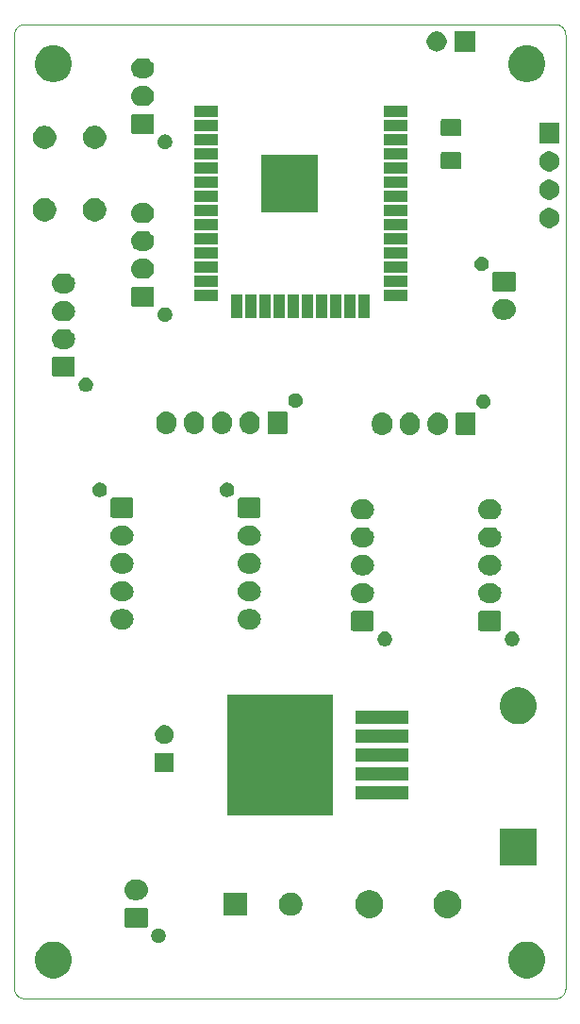
<source format=gbr>
G04 #@! TF.GenerationSoftware,KiCad,Pcbnew,(5.1.5)-3*
G04 #@! TF.CreationDate,2020-08-20T14:44:53-04:00*
G04 #@! TF.ProjectId,Ebike Board,4562696b-6520-4426-9f61-72642e6b6963,rev?*
G04 #@! TF.SameCoordinates,Original*
G04 #@! TF.FileFunction,Soldermask,Top*
G04 #@! TF.FilePolarity,Negative*
%FSLAX46Y46*%
G04 Gerber Fmt 4.6, Leading zero omitted, Abs format (unit mm)*
G04 Created by KiCad (PCBNEW (5.1.5)-3) date 2020-08-20 14:44:53*
%MOMM*%
%LPD*%
G04 APERTURE LIST*
%ADD10C,0.120000*%
%ADD11C,0.050000*%
%ADD12C,0.100000*%
G04 APERTURE END LIST*
D10*
X111900000Y-157100000D02*
G75*
G02X111000000Y-156200000I0J900000D01*
G01*
X111000000Y-70600000D02*
G75*
G02X111900000Y-69700000I900000J0D01*
G01*
X159600000Y-69700000D02*
G75*
G02X160500000Y-70600000I0J-900000D01*
G01*
X160500000Y-156200000D02*
G75*
G02X159600000Y-157100000I-900000J0D01*
G01*
D11*
X111000000Y-156200000D02*
X111000000Y-70600000D01*
X159600000Y-157100000D02*
X111900000Y-157100000D01*
X160500000Y-70600000D02*
X160500000Y-156200000D01*
X111900000Y-69700000D02*
X159600000Y-69700000D01*
D12*
G36*
X114875256Y-151991298D02*
G01*
X114981579Y-152012447D01*
X115282042Y-152136903D01*
X115552451Y-152317585D01*
X115782415Y-152547549D01*
X115963097Y-152817958D01*
X116087553Y-153118421D01*
X116151000Y-153437391D01*
X116151000Y-153762609D01*
X116087553Y-154081579D01*
X115963097Y-154382042D01*
X115782415Y-154652451D01*
X115552451Y-154882415D01*
X115282042Y-155063097D01*
X114981579Y-155187553D01*
X114875256Y-155208702D01*
X114662611Y-155251000D01*
X114337389Y-155251000D01*
X114124744Y-155208702D01*
X114018421Y-155187553D01*
X113717958Y-155063097D01*
X113447549Y-154882415D01*
X113217585Y-154652451D01*
X113036903Y-154382042D01*
X112912447Y-154081579D01*
X112849000Y-153762609D01*
X112849000Y-153437391D01*
X112912447Y-153118421D01*
X113036903Y-152817958D01*
X113217585Y-152547549D01*
X113447549Y-152317585D01*
X113717958Y-152136903D01*
X114018421Y-152012447D01*
X114124744Y-151991298D01*
X114337389Y-151949000D01*
X114662611Y-151949000D01*
X114875256Y-151991298D01*
G37*
G36*
X157375256Y-151991298D02*
G01*
X157481579Y-152012447D01*
X157782042Y-152136903D01*
X158052451Y-152317585D01*
X158282415Y-152547549D01*
X158463097Y-152817958D01*
X158587553Y-153118421D01*
X158651000Y-153437391D01*
X158651000Y-153762609D01*
X158587553Y-154081579D01*
X158463097Y-154382042D01*
X158282415Y-154652451D01*
X158052451Y-154882415D01*
X157782042Y-155063097D01*
X157481579Y-155187553D01*
X157375256Y-155208702D01*
X157162611Y-155251000D01*
X156837389Y-155251000D01*
X156624744Y-155208702D01*
X156518421Y-155187553D01*
X156217958Y-155063097D01*
X155947549Y-154882415D01*
X155717585Y-154652451D01*
X155536903Y-154382042D01*
X155412447Y-154081579D01*
X155349000Y-153762609D01*
X155349000Y-153437391D01*
X155412447Y-153118421D01*
X155536903Y-152817958D01*
X155717585Y-152547549D01*
X155947549Y-152317585D01*
X156217958Y-152136903D01*
X156518421Y-152012447D01*
X156624744Y-151991298D01*
X156837389Y-151949000D01*
X157162611Y-151949000D01*
X157375256Y-151991298D01*
G37*
G36*
X124109890Y-150794017D02*
G01*
X124228364Y-150843091D01*
X124334988Y-150914335D01*
X124425665Y-151005012D01*
X124496909Y-151111636D01*
X124545983Y-151230110D01*
X124571000Y-151355882D01*
X124571000Y-151484118D01*
X124545983Y-151609890D01*
X124496909Y-151728364D01*
X124425665Y-151834988D01*
X124334988Y-151925665D01*
X124228364Y-151996909D01*
X124228363Y-151996910D01*
X124228362Y-151996910D01*
X124109890Y-152045983D01*
X123984119Y-152071000D01*
X123855881Y-152071000D01*
X123730110Y-152045983D01*
X123611638Y-151996910D01*
X123611637Y-151996910D01*
X123611636Y-151996909D01*
X123505012Y-151925665D01*
X123414335Y-151834988D01*
X123343091Y-151728364D01*
X123294017Y-151609890D01*
X123269000Y-151484118D01*
X123269000Y-151355882D01*
X123294017Y-151230110D01*
X123343091Y-151111636D01*
X123414335Y-151005012D01*
X123505012Y-150914335D01*
X123611636Y-150843091D01*
X123730110Y-150794017D01*
X123855881Y-150769000D01*
X123984119Y-150769000D01*
X124109890Y-150794017D01*
G37*
G36*
X122828600Y-148922989D02*
G01*
X122861652Y-148933015D01*
X122892103Y-148949292D01*
X122918799Y-148971201D01*
X122940708Y-148997897D01*
X122956985Y-149028348D01*
X122967011Y-149061400D01*
X122971000Y-149101903D01*
X122971000Y-150538097D01*
X122967011Y-150578600D01*
X122956985Y-150611652D01*
X122940708Y-150642103D01*
X122918799Y-150668799D01*
X122892103Y-150690708D01*
X122861652Y-150706985D01*
X122828600Y-150717011D01*
X122788097Y-150721000D01*
X121051903Y-150721000D01*
X121011400Y-150717011D01*
X120978348Y-150706985D01*
X120947897Y-150690708D01*
X120921201Y-150668799D01*
X120899292Y-150642103D01*
X120883015Y-150611652D01*
X120872989Y-150578600D01*
X120869000Y-150538097D01*
X120869000Y-149101903D01*
X120872989Y-149061400D01*
X120883015Y-149028348D01*
X120899292Y-148997897D01*
X120921201Y-148971201D01*
X120947897Y-148949292D01*
X120978348Y-148933015D01*
X121011400Y-148922989D01*
X121051903Y-148919000D01*
X122788097Y-148919000D01*
X122828600Y-148922989D01*
G37*
G36*
X150224903Y-147387075D02*
G01*
X150452571Y-147481378D01*
X150657466Y-147618285D01*
X150831715Y-147792534D01*
X150916903Y-147920027D01*
X150968623Y-147997431D01*
X151062925Y-148225097D01*
X151111000Y-148466786D01*
X151111000Y-148713214D01*
X151062925Y-148954903D01*
X150989445Y-149132301D01*
X150968622Y-149182571D01*
X150831715Y-149387466D01*
X150657466Y-149561715D01*
X150452571Y-149698622D01*
X150452570Y-149698623D01*
X150452569Y-149698623D01*
X150224903Y-149792925D01*
X149983214Y-149841000D01*
X149736786Y-149841000D01*
X149495097Y-149792925D01*
X149267431Y-149698623D01*
X149267430Y-149698623D01*
X149267429Y-149698622D01*
X149062534Y-149561715D01*
X148888285Y-149387466D01*
X148751378Y-149182571D01*
X148730556Y-149132301D01*
X148657075Y-148954903D01*
X148609000Y-148713214D01*
X148609000Y-148466786D01*
X148657075Y-148225097D01*
X148751377Y-147997431D01*
X148803097Y-147920027D01*
X148888285Y-147792534D01*
X149062534Y-147618285D01*
X149267429Y-147481378D01*
X149495097Y-147387075D01*
X149736786Y-147339000D01*
X149983214Y-147339000D01*
X150224903Y-147387075D01*
G37*
G36*
X143224903Y-147387075D02*
G01*
X143452571Y-147481378D01*
X143657466Y-147618285D01*
X143831715Y-147792534D01*
X143916903Y-147920027D01*
X143968623Y-147997431D01*
X144062925Y-148225097D01*
X144111000Y-148466786D01*
X144111000Y-148713214D01*
X144062925Y-148954903D01*
X143989445Y-149132301D01*
X143968622Y-149182571D01*
X143831715Y-149387466D01*
X143657466Y-149561715D01*
X143452571Y-149698622D01*
X143452570Y-149698623D01*
X143452569Y-149698623D01*
X143224903Y-149792925D01*
X142983214Y-149841000D01*
X142736786Y-149841000D01*
X142495097Y-149792925D01*
X142267431Y-149698623D01*
X142267430Y-149698623D01*
X142267429Y-149698622D01*
X142062534Y-149561715D01*
X141888285Y-149387466D01*
X141751378Y-149182571D01*
X141730556Y-149132301D01*
X141657075Y-148954903D01*
X141609000Y-148713214D01*
X141609000Y-148466786D01*
X141657075Y-148225097D01*
X141751377Y-147997431D01*
X141803097Y-147920027D01*
X141888285Y-147792534D01*
X142062534Y-147618285D01*
X142267429Y-147481378D01*
X142495097Y-147387075D01*
X142736786Y-147339000D01*
X142983214Y-147339000D01*
X143224903Y-147387075D01*
G37*
G36*
X131861000Y-149641000D02*
G01*
X129759000Y-149641000D01*
X129759000Y-147539000D01*
X131861000Y-147539000D01*
X131861000Y-149641000D01*
G37*
G36*
X136116564Y-147579389D02*
G01*
X136307833Y-147658615D01*
X136307835Y-147658616D01*
X136479973Y-147773635D01*
X136626365Y-147920027D01*
X136728431Y-148072779D01*
X136741385Y-148092167D01*
X136820611Y-148283436D01*
X136861000Y-148486484D01*
X136861000Y-148693516D01*
X136820611Y-148896564D01*
X136766024Y-149028348D01*
X136741384Y-149087835D01*
X136626365Y-149259973D01*
X136479973Y-149406365D01*
X136307835Y-149521384D01*
X136307834Y-149521385D01*
X136307833Y-149521385D01*
X136116564Y-149600611D01*
X135913516Y-149641000D01*
X135706484Y-149641000D01*
X135503436Y-149600611D01*
X135312167Y-149521385D01*
X135312166Y-149521385D01*
X135312165Y-149521384D01*
X135140027Y-149406365D01*
X134993635Y-149259973D01*
X134878616Y-149087835D01*
X134853976Y-149028348D01*
X134799389Y-148896564D01*
X134759000Y-148693516D01*
X134759000Y-148486484D01*
X134799389Y-148283436D01*
X134878615Y-148092167D01*
X134891570Y-148072779D01*
X134993635Y-147920027D01*
X135140027Y-147773635D01*
X135312165Y-147658616D01*
X135312167Y-147658615D01*
X135503436Y-147579389D01*
X135706484Y-147539000D01*
X135913516Y-147539000D01*
X136116564Y-147579389D01*
G37*
G36*
X122180442Y-146425518D02*
G01*
X122246627Y-146432037D01*
X122416466Y-146483557D01*
X122572991Y-146567222D01*
X122608729Y-146596552D01*
X122710186Y-146679814D01*
X122793448Y-146781271D01*
X122822778Y-146817009D01*
X122906443Y-146973534D01*
X122957963Y-147143373D01*
X122975359Y-147320000D01*
X122957963Y-147496627D01*
X122906443Y-147666466D01*
X122822778Y-147822991D01*
X122793448Y-147858729D01*
X122710186Y-147960186D01*
X122608729Y-148043448D01*
X122572991Y-148072778D01*
X122416466Y-148156443D01*
X122246627Y-148207963D01*
X122180442Y-148214482D01*
X122114260Y-148221000D01*
X121725740Y-148221000D01*
X121659558Y-148214482D01*
X121593373Y-148207963D01*
X121423534Y-148156443D01*
X121267009Y-148072778D01*
X121231271Y-148043448D01*
X121129814Y-147960186D01*
X121046552Y-147858729D01*
X121017222Y-147822991D01*
X120933557Y-147666466D01*
X120882037Y-147496627D01*
X120864641Y-147320000D01*
X120882037Y-147143373D01*
X120933557Y-146973534D01*
X121017222Y-146817009D01*
X121046552Y-146781271D01*
X121129814Y-146679814D01*
X121231271Y-146596552D01*
X121267009Y-146567222D01*
X121423534Y-146483557D01*
X121593373Y-146432037D01*
X121659558Y-146425518D01*
X121725740Y-146419000D01*
X122114260Y-146419000D01*
X122180442Y-146425518D01*
G37*
G36*
X157861000Y-145161000D02*
G01*
X154559000Y-145161000D01*
X154559000Y-141859000D01*
X157861000Y-141859000D01*
X157861000Y-145161000D01*
G37*
G36*
X139576000Y-140676000D02*
G01*
X130074000Y-140676000D01*
X130074000Y-129774000D01*
X139576000Y-129774000D01*
X139576000Y-140676000D01*
G37*
G36*
X146326000Y-139226000D02*
G01*
X141624000Y-139226000D01*
X141624000Y-138024000D01*
X146326000Y-138024000D01*
X146326000Y-139226000D01*
G37*
G36*
X146326000Y-137526000D02*
G01*
X141624000Y-137526000D01*
X141624000Y-136324000D01*
X146326000Y-136324000D01*
X146326000Y-137526000D01*
G37*
G36*
X125311000Y-136741000D02*
G01*
X123609000Y-136741000D01*
X123609000Y-135039000D01*
X125311000Y-135039000D01*
X125311000Y-136741000D01*
G37*
G36*
X146326000Y-135826000D02*
G01*
X141624000Y-135826000D01*
X141624000Y-134624000D01*
X146326000Y-134624000D01*
X146326000Y-135826000D01*
G37*
G36*
X124708228Y-132571703D02*
G01*
X124863100Y-132635853D01*
X125002481Y-132728985D01*
X125121015Y-132847519D01*
X125214147Y-132986900D01*
X125278297Y-133141772D01*
X125311000Y-133306184D01*
X125311000Y-133473816D01*
X125278297Y-133638228D01*
X125214147Y-133793100D01*
X125121015Y-133932481D01*
X125002481Y-134051015D01*
X124863100Y-134144147D01*
X124708228Y-134208297D01*
X124543816Y-134241000D01*
X124376184Y-134241000D01*
X124211772Y-134208297D01*
X124056900Y-134144147D01*
X123917519Y-134051015D01*
X123798985Y-133932481D01*
X123705853Y-133793100D01*
X123641703Y-133638228D01*
X123609000Y-133473816D01*
X123609000Y-133306184D01*
X123641703Y-133141772D01*
X123705853Y-132986900D01*
X123798985Y-132847519D01*
X123917519Y-132728985D01*
X124056900Y-132635853D01*
X124211772Y-132571703D01*
X124376184Y-132539000D01*
X124543816Y-132539000D01*
X124708228Y-132571703D01*
G37*
G36*
X146326000Y-134126000D02*
G01*
X141624000Y-134126000D01*
X141624000Y-132924000D01*
X146326000Y-132924000D01*
X146326000Y-134126000D01*
G37*
G36*
X156585256Y-129201298D02*
G01*
X156691579Y-129222447D01*
X156992042Y-129346903D01*
X157262451Y-129527585D01*
X157492415Y-129757549D01*
X157673097Y-130027958D01*
X157797553Y-130328421D01*
X157861000Y-130647391D01*
X157861000Y-130972609D01*
X157797553Y-131291579D01*
X157673097Y-131592042D01*
X157492415Y-131862451D01*
X157262451Y-132092415D01*
X156992042Y-132273097D01*
X156691579Y-132397553D01*
X156585256Y-132418702D01*
X156372611Y-132461000D01*
X156047389Y-132461000D01*
X155834744Y-132418702D01*
X155728421Y-132397553D01*
X155427958Y-132273097D01*
X155157549Y-132092415D01*
X154927585Y-131862451D01*
X154746903Y-131592042D01*
X154622447Y-131291579D01*
X154559000Y-130972609D01*
X154559000Y-130647391D01*
X154622447Y-130328421D01*
X154746903Y-130027958D01*
X154927585Y-129757549D01*
X155157549Y-129527585D01*
X155427958Y-129346903D01*
X155728421Y-129222447D01*
X155834744Y-129201298D01*
X156047389Y-129159000D01*
X156372611Y-129159000D01*
X156585256Y-129201298D01*
G37*
G36*
X146326000Y-132426000D02*
G01*
X141624000Y-132426000D01*
X141624000Y-131224000D01*
X146326000Y-131224000D01*
X146326000Y-132426000D01*
G37*
G36*
X155859890Y-124164017D02*
G01*
X155978364Y-124213091D01*
X156084988Y-124284335D01*
X156175665Y-124375012D01*
X156246909Y-124481636D01*
X156295983Y-124600110D01*
X156321000Y-124725882D01*
X156321000Y-124854118D01*
X156295983Y-124979890D01*
X156246909Y-125098364D01*
X156175665Y-125204988D01*
X156084988Y-125295665D01*
X155978364Y-125366909D01*
X155978363Y-125366910D01*
X155978362Y-125366910D01*
X155859890Y-125415983D01*
X155734119Y-125441000D01*
X155605881Y-125441000D01*
X155480110Y-125415983D01*
X155361638Y-125366910D01*
X155361637Y-125366910D01*
X155361636Y-125366909D01*
X155255012Y-125295665D01*
X155164335Y-125204988D01*
X155093091Y-125098364D01*
X155044017Y-124979890D01*
X155019000Y-124854118D01*
X155019000Y-124725882D01*
X155044017Y-124600110D01*
X155093091Y-124481636D01*
X155164335Y-124375012D01*
X155255012Y-124284335D01*
X155361636Y-124213091D01*
X155480110Y-124164017D01*
X155605881Y-124139000D01*
X155734119Y-124139000D01*
X155859890Y-124164017D01*
G37*
G36*
X144429890Y-124164017D02*
G01*
X144548364Y-124213091D01*
X144654988Y-124284335D01*
X144745665Y-124375012D01*
X144816909Y-124481636D01*
X144865983Y-124600110D01*
X144891000Y-124725882D01*
X144891000Y-124854118D01*
X144865983Y-124979890D01*
X144816909Y-125098364D01*
X144745665Y-125204988D01*
X144654988Y-125295665D01*
X144548364Y-125366909D01*
X144548363Y-125366910D01*
X144548362Y-125366910D01*
X144429890Y-125415983D01*
X144304119Y-125441000D01*
X144175881Y-125441000D01*
X144050110Y-125415983D01*
X143931638Y-125366910D01*
X143931637Y-125366910D01*
X143931636Y-125366909D01*
X143825012Y-125295665D01*
X143734335Y-125204988D01*
X143663091Y-125098364D01*
X143614017Y-124979890D01*
X143589000Y-124854118D01*
X143589000Y-124725882D01*
X143614017Y-124600110D01*
X143663091Y-124481636D01*
X143734335Y-124375012D01*
X143825012Y-124284335D01*
X143931636Y-124213091D01*
X144050110Y-124164017D01*
X144175881Y-124139000D01*
X144304119Y-124139000D01*
X144429890Y-124164017D01*
G37*
G36*
X143123600Y-122292989D02*
G01*
X143156652Y-122303015D01*
X143187103Y-122319292D01*
X143213799Y-122341201D01*
X143235708Y-122367897D01*
X143251985Y-122398348D01*
X143262011Y-122431400D01*
X143266000Y-122471903D01*
X143266000Y-123908097D01*
X143262011Y-123948600D01*
X143251985Y-123981652D01*
X143235708Y-124012103D01*
X143213799Y-124038799D01*
X143187103Y-124060708D01*
X143156652Y-124076985D01*
X143123600Y-124087011D01*
X143083097Y-124091000D01*
X141396903Y-124091000D01*
X141356400Y-124087011D01*
X141323348Y-124076985D01*
X141292897Y-124060708D01*
X141266201Y-124038799D01*
X141244292Y-124012103D01*
X141228015Y-123981652D01*
X141217989Y-123948600D01*
X141214000Y-123908097D01*
X141214000Y-122471903D01*
X141217989Y-122431400D01*
X141228015Y-122398348D01*
X141244292Y-122367897D01*
X141266201Y-122341201D01*
X141292897Y-122319292D01*
X141323348Y-122303015D01*
X141356400Y-122292989D01*
X141396903Y-122289000D01*
X143083097Y-122289000D01*
X143123600Y-122292989D01*
G37*
G36*
X154553600Y-122292989D02*
G01*
X154586652Y-122303015D01*
X154617103Y-122319292D01*
X154643799Y-122341201D01*
X154665708Y-122367897D01*
X154681985Y-122398348D01*
X154692011Y-122431400D01*
X154696000Y-122471903D01*
X154696000Y-123908097D01*
X154692011Y-123948600D01*
X154681985Y-123981652D01*
X154665708Y-124012103D01*
X154643799Y-124038799D01*
X154617103Y-124060708D01*
X154586652Y-124076985D01*
X154553600Y-124087011D01*
X154513097Y-124091000D01*
X152826903Y-124091000D01*
X152786400Y-124087011D01*
X152753348Y-124076985D01*
X152722897Y-124060708D01*
X152696201Y-124038799D01*
X152674292Y-124012103D01*
X152658015Y-123981652D01*
X152647989Y-123948600D01*
X152644000Y-123908097D01*
X152644000Y-122471903D01*
X152647989Y-122431400D01*
X152658015Y-122398348D01*
X152674292Y-122367897D01*
X152696201Y-122341201D01*
X152722897Y-122319292D01*
X152753348Y-122303015D01*
X152786400Y-122292989D01*
X152826903Y-122289000D01*
X154513097Y-122289000D01*
X154553600Y-122292989D01*
G37*
G36*
X132315443Y-122135519D02*
G01*
X132381627Y-122142037D01*
X132551466Y-122193557D01*
X132707991Y-122277222D01*
X132722342Y-122289000D01*
X132845186Y-122389814D01*
X132928448Y-122491271D01*
X132957778Y-122527009D01*
X133041443Y-122683534D01*
X133092963Y-122853373D01*
X133110359Y-123030000D01*
X133092963Y-123206627D01*
X133041443Y-123376466D01*
X132957778Y-123532991D01*
X132928448Y-123568729D01*
X132845186Y-123670186D01*
X132743729Y-123753448D01*
X132707991Y-123782778D01*
X132551466Y-123866443D01*
X132381627Y-123917963D01*
X132315443Y-123924481D01*
X132249260Y-123931000D01*
X131910740Y-123931000D01*
X131844557Y-123924481D01*
X131778373Y-123917963D01*
X131608534Y-123866443D01*
X131452009Y-123782778D01*
X131416271Y-123753448D01*
X131314814Y-123670186D01*
X131231552Y-123568729D01*
X131202222Y-123532991D01*
X131118557Y-123376466D01*
X131067037Y-123206627D01*
X131049641Y-123030000D01*
X131067037Y-122853373D01*
X131118557Y-122683534D01*
X131202222Y-122527009D01*
X131231552Y-122491271D01*
X131314814Y-122389814D01*
X131437658Y-122289000D01*
X131452009Y-122277222D01*
X131608534Y-122193557D01*
X131778373Y-122142037D01*
X131844557Y-122135519D01*
X131910740Y-122129000D01*
X132249260Y-122129000D01*
X132315443Y-122135519D01*
G37*
G36*
X120885443Y-122135519D02*
G01*
X120951627Y-122142037D01*
X121121466Y-122193557D01*
X121277991Y-122277222D01*
X121292342Y-122289000D01*
X121415186Y-122389814D01*
X121498448Y-122491271D01*
X121527778Y-122527009D01*
X121611443Y-122683534D01*
X121662963Y-122853373D01*
X121680359Y-123030000D01*
X121662963Y-123206627D01*
X121611443Y-123376466D01*
X121527778Y-123532991D01*
X121498448Y-123568729D01*
X121415186Y-123670186D01*
X121313729Y-123753448D01*
X121277991Y-123782778D01*
X121121466Y-123866443D01*
X120951627Y-123917963D01*
X120885443Y-123924481D01*
X120819260Y-123931000D01*
X120480740Y-123931000D01*
X120414557Y-123924481D01*
X120348373Y-123917963D01*
X120178534Y-123866443D01*
X120022009Y-123782778D01*
X119986271Y-123753448D01*
X119884814Y-123670186D01*
X119801552Y-123568729D01*
X119772222Y-123532991D01*
X119688557Y-123376466D01*
X119637037Y-123206627D01*
X119619641Y-123030000D01*
X119637037Y-122853373D01*
X119688557Y-122683534D01*
X119772222Y-122527009D01*
X119801552Y-122491271D01*
X119884814Y-122389814D01*
X120007658Y-122289000D01*
X120022009Y-122277222D01*
X120178534Y-122193557D01*
X120348373Y-122142037D01*
X120414557Y-122135519D01*
X120480740Y-122129000D01*
X120819260Y-122129000D01*
X120885443Y-122135519D01*
G37*
G36*
X153905443Y-119795519D02*
G01*
X153971627Y-119802037D01*
X154141466Y-119853557D01*
X154297991Y-119937222D01*
X154333729Y-119966552D01*
X154435186Y-120049814D01*
X154518448Y-120151271D01*
X154547778Y-120187009D01*
X154631443Y-120343534D01*
X154682963Y-120513373D01*
X154700359Y-120690000D01*
X154682963Y-120866627D01*
X154631443Y-121036466D01*
X154547778Y-121192991D01*
X154518448Y-121228729D01*
X154435186Y-121330186D01*
X154333729Y-121413448D01*
X154297991Y-121442778D01*
X154141466Y-121526443D01*
X153971627Y-121577963D01*
X153905442Y-121584482D01*
X153839260Y-121591000D01*
X153500740Y-121591000D01*
X153434558Y-121584482D01*
X153368373Y-121577963D01*
X153198534Y-121526443D01*
X153042009Y-121442778D01*
X153006271Y-121413448D01*
X152904814Y-121330186D01*
X152821552Y-121228729D01*
X152792222Y-121192991D01*
X152708557Y-121036466D01*
X152657037Y-120866627D01*
X152639641Y-120690000D01*
X152657037Y-120513373D01*
X152708557Y-120343534D01*
X152792222Y-120187009D01*
X152821552Y-120151271D01*
X152904814Y-120049814D01*
X153006271Y-119966552D01*
X153042009Y-119937222D01*
X153198534Y-119853557D01*
X153368373Y-119802037D01*
X153434557Y-119795519D01*
X153500740Y-119789000D01*
X153839260Y-119789000D01*
X153905443Y-119795519D01*
G37*
G36*
X142475443Y-119795519D02*
G01*
X142541627Y-119802037D01*
X142711466Y-119853557D01*
X142867991Y-119937222D01*
X142903729Y-119966552D01*
X143005186Y-120049814D01*
X143088448Y-120151271D01*
X143117778Y-120187009D01*
X143201443Y-120343534D01*
X143252963Y-120513373D01*
X143270359Y-120690000D01*
X143252963Y-120866627D01*
X143201443Y-121036466D01*
X143117778Y-121192991D01*
X143088448Y-121228729D01*
X143005186Y-121330186D01*
X142903729Y-121413448D01*
X142867991Y-121442778D01*
X142711466Y-121526443D01*
X142541627Y-121577963D01*
X142475442Y-121584482D01*
X142409260Y-121591000D01*
X142070740Y-121591000D01*
X142004558Y-121584482D01*
X141938373Y-121577963D01*
X141768534Y-121526443D01*
X141612009Y-121442778D01*
X141576271Y-121413448D01*
X141474814Y-121330186D01*
X141391552Y-121228729D01*
X141362222Y-121192991D01*
X141278557Y-121036466D01*
X141227037Y-120866627D01*
X141209641Y-120690000D01*
X141227037Y-120513373D01*
X141278557Y-120343534D01*
X141362222Y-120187009D01*
X141391552Y-120151271D01*
X141474814Y-120049814D01*
X141576271Y-119966552D01*
X141612009Y-119937222D01*
X141768534Y-119853557D01*
X141938373Y-119802037D01*
X142004557Y-119795519D01*
X142070740Y-119789000D01*
X142409260Y-119789000D01*
X142475443Y-119795519D01*
G37*
G36*
X132315442Y-119635518D02*
G01*
X132381627Y-119642037D01*
X132551466Y-119693557D01*
X132707991Y-119777222D01*
X132722342Y-119789000D01*
X132845186Y-119889814D01*
X132928448Y-119991271D01*
X132957778Y-120027009D01*
X133041443Y-120183534D01*
X133092963Y-120353373D01*
X133110359Y-120530000D01*
X133092963Y-120706627D01*
X133041443Y-120876466D01*
X132957778Y-121032991D01*
X132954926Y-121036466D01*
X132845186Y-121170186D01*
X132743729Y-121253448D01*
X132707991Y-121282778D01*
X132551466Y-121366443D01*
X132381627Y-121417963D01*
X132315442Y-121424482D01*
X132249260Y-121431000D01*
X131910740Y-121431000D01*
X131844558Y-121424482D01*
X131778373Y-121417963D01*
X131608534Y-121366443D01*
X131452009Y-121282778D01*
X131416271Y-121253448D01*
X131314814Y-121170186D01*
X131205074Y-121036466D01*
X131202222Y-121032991D01*
X131118557Y-120876466D01*
X131067037Y-120706627D01*
X131049641Y-120530000D01*
X131067037Y-120353373D01*
X131118557Y-120183534D01*
X131202222Y-120027009D01*
X131231552Y-119991271D01*
X131314814Y-119889814D01*
X131437658Y-119789000D01*
X131452009Y-119777222D01*
X131608534Y-119693557D01*
X131778373Y-119642037D01*
X131844558Y-119635518D01*
X131910740Y-119629000D01*
X132249260Y-119629000D01*
X132315442Y-119635518D01*
G37*
G36*
X120885442Y-119635518D02*
G01*
X120951627Y-119642037D01*
X121121466Y-119693557D01*
X121277991Y-119777222D01*
X121292342Y-119789000D01*
X121415186Y-119889814D01*
X121498448Y-119991271D01*
X121527778Y-120027009D01*
X121611443Y-120183534D01*
X121662963Y-120353373D01*
X121680359Y-120530000D01*
X121662963Y-120706627D01*
X121611443Y-120876466D01*
X121527778Y-121032991D01*
X121524926Y-121036466D01*
X121415186Y-121170186D01*
X121313729Y-121253448D01*
X121277991Y-121282778D01*
X121121466Y-121366443D01*
X120951627Y-121417963D01*
X120885442Y-121424482D01*
X120819260Y-121431000D01*
X120480740Y-121431000D01*
X120414558Y-121424482D01*
X120348373Y-121417963D01*
X120178534Y-121366443D01*
X120022009Y-121282778D01*
X119986271Y-121253448D01*
X119884814Y-121170186D01*
X119775074Y-121036466D01*
X119772222Y-121032991D01*
X119688557Y-120876466D01*
X119637037Y-120706627D01*
X119619641Y-120530000D01*
X119637037Y-120353373D01*
X119688557Y-120183534D01*
X119772222Y-120027009D01*
X119801552Y-119991271D01*
X119884814Y-119889814D01*
X120007658Y-119789000D01*
X120022009Y-119777222D01*
X120178534Y-119693557D01*
X120348373Y-119642037D01*
X120414558Y-119635518D01*
X120480740Y-119629000D01*
X120819260Y-119629000D01*
X120885442Y-119635518D01*
G37*
G36*
X153905442Y-117295518D02*
G01*
X153971627Y-117302037D01*
X154141466Y-117353557D01*
X154297991Y-117437222D01*
X154333729Y-117466552D01*
X154435186Y-117549814D01*
X154518448Y-117651271D01*
X154547778Y-117687009D01*
X154631443Y-117843534D01*
X154682963Y-118013373D01*
X154700359Y-118190000D01*
X154682963Y-118366627D01*
X154631443Y-118536466D01*
X154547778Y-118692991D01*
X154518448Y-118728729D01*
X154435186Y-118830186D01*
X154333729Y-118913448D01*
X154297991Y-118942778D01*
X154141466Y-119026443D01*
X153971627Y-119077963D01*
X153905442Y-119084482D01*
X153839260Y-119091000D01*
X153500740Y-119091000D01*
X153434558Y-119084482D01*
X153368373Y-119077963D01*
X153198534Y-119026443D01*
X153042009Y-118942778D01*
X153006271Y-118913448D01*
X152904814Y-118830186D01*
X152821552Y-118728729D01*
X152792222Y-118692991D01*
X152708557Y-118536466D01*
X152657037Y-118366627D01*
X152639641Y-118190000D01*
X152657037Y-118013373D01*
X152708557Y-117843534D01*
X152792222Y-117687009D01*
X152821552Y-117651271D01*
X152904814Y-117549814D01*
X153006271Y-117466552D01*
X153042009Y-117437222D01*
X153198534Y-117353557D01*
X153368373Y-117302037D01*
X153434558Y-117295518D01*
X153500740Y-117289000D01*
X153839260Y-117289000D01*
X153905442Y-117295518D01*
G37*
G36*
X142475442Y-117295518D02*
G01*
X142541627Y-117302037D01*
X142711466Y-117353557D01*
X142867991Y-117437222D01*
X142903729Y-117466552D01*
X143005186Y-117549814D01*
X143088448Y-117651271D01*
X143117778Y-117687009D01*
X143201443Y-117843534D01*
X143252963Y-118013373D01*
X143270359Y-118190000D01*
X143252963Y-118366627D01*
X143201443Y-118536466D01*
X143117778Y-118692991D01*
X143088448Y-118728729D01*
X143005186Y-118830186D01*
X142903729Y-118913448D01*
X142867991Y-118942778D01*
X142711466Y-119026443D01*
X142541627Y-119077963D01*
X142475442Y-119084482D01*
X142409260Y-119091000D01*
X142070740Y-119091000D01*
X142004558Y-119084482D01*
X141938373Y-119077963D01*
X141768534Y-119026443D01*
X141612009Y-118942778D01*
X141576271Y-118913448D01*
X141474814Y-118830186D01*
X141391552Y-118728729D01*
X141362222Y-118692991D01*
X141278557Y-118536466D01*
X141227037Y-118366627D01*
X141209641Y-118190000D01*
X141227037Y-118013373D01*
X141278557Y-117843534D01*
X141362222Y-117687009D01*
X141391552Y-117651271D01*
X141474814Y-117549814D01*
X141576271Y-117466552D01*
X141612009Y-117437222D01*
X141768534Y-117353557D01*
X141938373Y-117302037D01*
X142004558Y-117295518D01*
X142070740Y-117289000D01*
X142409260Y-117289000D01*
X142475442Y-117295518D01*
G37*
G36*
X120885442Y-117135518D02*
G01*
X120951627Y-117142037D01*
X121121466Y-117193557D01*
X121277991Y-117277222D01*
X121292342Y-117289000D01*
X121415186Y-117389814D01*
X121498448Y-117491271D01*
X121527778Y-117527009D01*
X121611443Y-117683534D01*
X121662963Y-117853373D01*
X121680359Y-118030000D01*
X121662963Y-118206627D01*
X121611443Y-118376466D01*
X121527778Y-118532991D01*
X121524926Y-118536466D01*
X121415186Y-118670186D01*
X121313729Y-118753448D01*
X121277991Y-118782778D01*
X121121466Y-118866443D01*
X120951627Y-118917963D01*
X120885442Y-118924482D01*
X120819260Y-118931000D01*
X120480740Y-118931000D01*
X120414558Y-118924482D01*
X120348373Y-118917963D01*
X120178534Y-118866443D01*
X120022009Y-118782778D01*
X119986271Y-118753448D01*
X119884814Y-118670186D01*
X119775074Y-118536466D01*
X119772222Y-118532991D01*
X119688557Y-118376466D01*
X119637037Y-118206627D01*
X119619641Y-118030000D01*
X119637037Y-117853373D01*
X119688557Y-117683534D01*
X119772222Y-117527009D01*
X119801552Y-117491271D01*
X119884814Y-117389814D01*
X120007658Y-117289000D01*
X120022009Y-117277222D01*
X120178534Y-117193557D01*
X120348373Y-117142037D01*
X120414558Y-117135518D01*
X120480740Y-117129000D01*
X120819260Y-117129000D01*
X120885442Y-117135518D01*
G37*
G36*
X132315442Y-117135518D02*
G01*
X132381627Y-117142037D01*
X132551466Y-117193557D01*
X132707991Y-117277222D01*
X132722342Y-117289000D01*
X132845186Y-117389814D01*
X132928448Y-117491271D01*
X132957778Y-117527009D01*
X133041443Y-117683534D01*
X133092963Y-117853373D01*
X133110359Y-118030000D01*
X133092963Y-118206627D01*
X133041443Y-118376466D01*
X132957778Y-118532991D01*
X132954926Y-118536466D01*
X132845186Y-118670186D01*
X132743729Y-118753448D01*
X132707991Y-118782778D01*
X132551466Y-118866443D01*
X132381627Y-118917963D01*
X132315442Y-118924482D01*
X132249260Y-118931000D01*
X131910740Y-118931000D01*
X131844558Y-118924482D01*
X131778373Y-118917963D01*
X131608534Y-118866443D01*
X131452009Y-118782778D01*
X131416271Y-118753448D01*
X131314814Y-118670186D01*
X131205074Y-118536466D01*
X131202222Y-118532991D01*
X131118557Y-118376466D01*
X131067037Y-118206627D01*
X131049641Y-118030000D01*
X131067037Y-117853373D01*
X131118557Y-117683534D01*
X131202222Y-117527009D01*
X131231552Y-117491271D01*
X131314814Y-117389814D01*
X131437658Y-117289000D01*
X131452009Y-117277222D01*
X131608534Y-117193557D01*
X131778373Y-117142037D01*
X131844558Y-117135518D01*
X131910740Y-117129000D01*
X132249260Y-117129000D01*
X132315442Y-117135518D01*
G37*
G36*
X142475442Y-114795518D02*
G01*
X142541627Y-114802037D01*
X142711466Y-114853557D01*
X142867991Y-114937222D01*
X142903729Y-114966552D01*
X143005186Y-115049814D01*
X143088448Y-115151271D01*
X143117778Y-115187009D01*
X143201443Y-115343534D01*
X143252963Y-115513373D01*
X143270359Y-115690000D01*
X143252963Y-115866627D01*
X143201443Y-116036466D01*
X143117778Y-116192991D01*
X143088448Y-116228729D01*
X143005186Y-116330186D01*
X142903729Y-116413448D01*
X142867991Y-116442778D01*
X142711466Y-116526443D01*
X142541627Y-116577963D01*
X142475442Y-116584482D01*
X142409260Y-116591000D01*
X142070740Y-116591000D01*
X142004558Y-116584482D01*
X141938373Y-116577963D01*
X141768534Y-116526443D01*
X141612009Y-116442778D01*
X141576271Y-116413448D01*
X141474814Y-116330186D01*
X141391552Y-116228729D01*
X141362222Y-116192991D01*
X141278557Y-116036466D01*
X141227037Y-115866627D01*
X141209641Y-115690000D01*
X141227037Y-115513373D01*
X141278557Y-115343534D01*
X141362222Y-115187009D01*
X141391552Y-115151271D01*
X141474814Y-115049814D01*
X141576271Y-114966552D01*
X141612009Y-114937222D01*
X141768534Y-114853557D01*
X141938373Y-114802037D01*
X142004558Y-114795518D01*
X142070740Y-114789000D01*
X142409260Y-114789000D01*
X142475442Y-114795518D01*
G37*
G36*
X153905442Y-114795518D02*
G01*
X153971627Y-114802037D01*
X154141466Y-114853557D01*
X154297991Y-114937222D01*
X154333729Y-114966552D01*
X154435186Y-115049814D01*
X154518448Y-115151271D01*
X154547778Y-115187009D01*
X154631443Y-115343534D01*
X154682963Y-115513373D01*
X154700359Y-115690000D01*
X154682963Y-115866627D01*
X154631443Y-116036466D01*
X154547778Y-116192991D01*
X154518448Y-116228729D01*
X154435186Y-116330186D01*
X154333729Y-116413448D01*
X154297991Y-116442778D01*
X154141466Y-116526443D01*
X153971627Y-116577963D01*
X153905442Y-116584482D01*
X153839260Y-116591000D01*
X153500740Y-116591000D01*
X153434558Y-116584482D01*
X153368373Y-116577963D01*
X153198534Y-116526443D01*
X153042009Y-116442778D01*
X153006271Y-116413448D01*
X152904814Y-116330186D01*
X152821552Y-116228729D01*
X152792222Y-116192991D01*
X152708557Y-116036466D01*
X152657037Y-115866627D01*
X152639641Y-115690000D01*
X152657037Y-115513373D01*
X152708557Y-115343534D01*
X152792222Y-115187009D01*
X152821552Y-115151271D01*
X152904814Y-115049814D01*
X153006271Y-114966552D01*
X153042009Y-114937222D01*
X153198534Y-114853557D01*
X153368373Y-114802037D01*
X153434558Y-114795518D01*
X153500740Y-114789000D01*
X153839260Y-114789000D01*
X153905442Y-114795518D01*
G37*
G36*
X120885442Y-114635518D02*
G01*
X120951627Y-114642037D01*
X121121466Y-114693557D01*
X121277991Y-114777222D01*
X121292342Y-114789000D01*
X121415186Y-114889814D01*
X121498448Y-114991271D01*
X121527778Y-115027009D01*
X121611443Y-115183534D01*
X121662963Y-115353373D01*
X121680359Y-115530000D01*
X121662963Y-115706627D01*
X121611443Y-115876466D01*
X121527778Y-116032991D01*
X121524926Y-116036466D01*
X121415186Y-116170186D01*
X121313729Y-116253448D01*
X121277991Y-116282778D01*
X121121466Y-116366443D01*
X120951627Y-116417963D01*
X120885443Y-116424481D01*
X120819260Y-116431000D01*
X120480740Y-116431000D01*
X120414557Y-116424481D01*
X120348373Y-116417963D01*
X120178534Y-116366443D01*
X120022009Y-116282778D01*
X119986271Y-116253448D01*
X119884814Y-116170186D01*
X119775074Y-116036466D01*
X119772222Y-116032991D01*
X119688557Y-115876466D01*
X119637037Y-115706627D01*
X119619641Y-115530000D01*
X119637037Y-115353373D01*
X119688557Y-115183534D01*
X119772222Y-115027009D01*
X119801552Y-114991271D01*
X119884814Y-114889814D01*
X120007658Y-114789000D01*
X120022009Y-114777222D01*
X120178534Y-114693557D01*
X120348373Y-114642037D01*
X120414558Y-114635518D01*
X120480740Y-114629000D01*
X120819260Y-114629000D01*
X120885442Y-114635518D01*
G37*
G36*
X132315442Y-114635518D02*
G01*
X132381627Y-114642037D01*
X132551466Y-114693557D01*
X132707991Y-114777222D01*
X132722342Y-114789000D01*
X132845186Y-114889814D01*
X132928448Y-114991271D01*
X132957778Y-115027009D01*
X133041443Y-115183534D01*
X133092963Y-115353373D01*
X133110359Y-115530000D01*
X133092963Y-115706627D01*
X133041443Y-115876466D01*
X132957778Y-116032991D01*
X132954926Y-116036466D01*
X132845186Y-116170186D01*
X132743729Y-116253448D01*
X132707991Y-116282778D01*
X132551466Y-116366443D01*
X132381627Y-116417963D01*
X132315443Y-116424481D01*
X132249260Y-116431000D01*
X131910740Y-116431000D01*
X131844557Y-116424481D01*
X131778373Y-116417963D01*
X131608534Y-116366443D01*
X131452009Y-116282778D01*
X131416271Y-116253448D01*
X131314814Y-116170186D01*
X131205074Y-116036466D01*
X131202222Y-116032991D01*
X131118557Y-115876466D01*
X131067037Y-115706627D01*
X131049641Y-115530000D01*
X131067037Y-115353373D01*
X131118557Y-115183534D01*
X131202222Y-115027009D01*
X131231552Y-114991271D01*
X131314814Y-114889814D01*
X131437658Y-114789000D01*
X131452009Y-114777222D01*
X131608534Y-114693557D01*
X131778373Y-114642037D01*
X131844558Y-114635518D01*
X131910740Y-114629000D01*
X132249260Y-114629000D01*
X132315442Y-114635518D01*
G37*
G36*
X153905443Y-112295519D02*
G01*
X153971627Y-112302037D01*
X154141466Y-112353557D01*
X154297991Y-112437222D01*
X154333729Y-112466552D01*
X154435186Y-112549814D01*
X154518448Y-112651271D01*
X154547778Y-112687009D01*
X154631443Y-112843534D01*
X154682963Y-113013373D01*
X154700359Y-113190000D01*
X154682963Y-113366627D01*
X154631443Y-113536466D01*
X154547778Y-113692991D01*
X154518448Y-113728729D01*
X154435186Y-113830186D01*
X154366762Y-113886339D01*
X154297991Y-113942778D01*
X154141466Y-114026443D01*
X153971627Y-114077963D01*
X153905443Y-114084481D01*
X153839260Y-114091000D01*
X153500740Y-114091000D01*
X153434557Y-114084481D01*
X153368373Y-114077963D01*
X153198534Y-114026443D01*
X153042009Y-113942778D01*
X152973238Y-113886339D01*
X152904814Y-113830186D01*
X152821552Y-113728729D01*
X152792222Y-113692991D01*
X152708557Y-113536466D01*
X152657037Y-113366627D01*
X152639641Y-113190000D01*
X152657037Y-113013373D01*
X152708557Y-112843534D01*
X152792222Y-112687009D01*
X152821552Y-112651271D01*
X152904814Y-112549814D01*
X153006271Y-112466552D01*
X153042009Y-112437222D01*
X153198534Y-112353557D01*
X153368373Y-112302037D01*
X153434557Y-112295519D01*
X153500740Y-112289000D01*
X153839260Y-112289000D01*
X153905443Y-112295519D01*
G37*
G36*
X142475443Y-112295519D02*
G01*
X142541627Y-112302037D01*
X142711466Y-112353557D01*
X142867991Y-112437222D01*
X142903729Y-112466552D01*
X143005186Y-112549814D01*
X143088448Y-112651271D01*
X143117778Y-112687009D01*
X143201443Y-112843534D01*
X143252963Y-113013373D01*
X143270359Y-113190000D01*
X143252963Y-113366627D01*
X143201443Y-113536466D01*
X143117778Y-113692991D01*
X143088448Y-113728729D01*
X143005186Y-113830186D01*
X142936762Y-113886339D01*
X142867991Y-113942778D01*
X142711466Y-114026443D01*
X142541627Y-114077963D01*
X142475443Y-114084481D01*
X142409260Y-114091000D01*
X142070740Y-114091000D01*
X142004557Y-114084481D01*
X141938373Y-114077963D01*
X141768534Y-114026443D01*
X141612009Y-113942778D01*
X141543238Y-113886339D01*
X141474814Y-113830186D01*
X141391552Y-113728729D01*
X141362222Y-113692991D01*
X141278557Y-113536466D01*
X141227037Y-113366627D01*
X141209641Y-113190000D01*
X141227037Y-113013373D01*
X141278557Y-112843534D01*
X141362222Y-112687009D01*
X141391552Y-112651271D01*
X141474814Y-112549814D01*
X141576271Y-112466552D01*
X141612009Y-112437222D01*
X141768534Y-112353557D01*
X141938373Y-112302037D01*
X142004557Y-112295519D01*
X142070740Y-112289000D01*
X142409260Y-112289000D01*
X142475443Y-112295519D01*
G37*
G36*
X132963600Y-112132989D02*
G01*
X132996652Y-112143015D01*
X133027103Y-112159292D01*
X133053799Y-112181201D01*
X133075708Y-112207897D01*
X133091985Y-112238348D01*
X133102011Y-112271400D01*
X133106000Y-112311903D01*
X133106000Y-113748097D01*
X133102011Y-113788600D01*
X133091985Y-113821652D01*
X133075708Y-113852103D01*
X133053799Y-113878799D01*
X133027103Y-113900708D01*
X132996652Y-113916985D01*
X132963600Y-113927011D01*
X132923097Y-113931000D01*
X131236903Y-113931000D01*
X131196400Y-113927011D01*
X131163348Y-113916985D01*
X131132897Y-113900708D01*
X131106201Y-113878799D01*
X131084292Y-113852103D01*
X131068015Y-113821652D01*
X131057989Y-113788600D01*
X131054000Y-113748097D01*
X131054000Y-112311903D01*
X131057989Y-112271400D01*
X131068015Y-112238348D01*
X131084292Y-112207897D01*
X131106201Y-112181201D01*
X131132897Y-112159292D01*
X131163348Y-112143015D01*
X131196400Y-112132989D01*
X131236903Y-112129000D01*
X132923097Y-112129000D01*
X132963600Y-112132989D01*
G37*
G36*
X121533600Y-112132989D02*
G01*
X121566652Y-112143015D01*
X121597103Y-112159292D01*
X121623799Y-112181201D01*
X121645708Y-112207897D01*
X121661985Y-112238348D01*
X121672011Y-112271400D01*
X121676000Y-112311903D01*
X121676000Y-113748097D01*
X121672011Y-113788600D01*
X121661985Y-113821652D01*
X121645708Y-113852103D01*
X121623799Y-113878799D01*
X121597103Y-113900708D01*
X121566652Y-113916985D01*
X121533600Y-113927011D01*
X121493097Y-113931000D01*
X119806903Y-113931000D01*
X119766400Y-113927011D01*
X119733348Y-113916985D01*
X119702897Y-113900708D01*
X119676201Y-113878799D01*
X119654292Y-113852103D01*
X119638015Y-113821652D01*
X119627989Y-113788600D01*
X119624000Y-113748097D01*
X119624000Y-112311903D01*
X119627989Y-112271400D01*
X119638015Y-112238348D01*
X119654292Y-112207897D01*
X119676201Y-112181201D01*
X119702897Y-112159292D01*
X119733348Y-112143015D01*
X119766400Y-112132989D01*
X119806903Y-112129000D01*
X121493097Y-112129000D01*
X121533600Y-112132989D01*
G37*
G36*
X130269890Y-110804017D02*
G01*
X130388364Y-110853091D01*
X130494988Y-110924335D01*
X130585665Y-111015012D01*
X130656909Y-111121636D01*
X130705983Y-111240110D01*
X130731000Y-111365882D01*
X130731000Y-111494118D01*
X130705983Y-111619890D01*
X130656909Y-111738364D01*
X130585665Y-111844988D01*
X130494988Y-111935665D01*
X130388364Y-112006909D01*
X130388363Y-112006910D01*
X130388362Y-112006910D01*
X130269890Y-112055983D01*
X130144119Y-112081000D01*
X130015881Y-112081000D01*
X129890110Y-112055983D01*
X129771638Y-112006910D01*
X129771637Y-112006910D01*
X129771636Y-112006909D01*
X129665012Y-111935665D01*
X129574335Y-111844988D01*
X129503091Y-111738364D01*
X129454017Y-111619890D01*
X129429000Y-111494118D01*
X129429000Y-111365882D01*
X129454017Y-111240110D01*
X129503091Y-111121636D01*
X129574335Y-111015012D01*
X129665012Y-110924335D01*
X129771636Y-110853091D01*
X129890110Y-110804017D01*
X130015881Y-110779000D01*
X130144119Y-110779000D01*
X130269890Y-110804017D01*
G37*
G36*
X118839890Y-110804017D02*
G01*
X118958364Y-110853091D01*
X119064988Y-110924335D01*
X119155665Y-111015012D01*
X119226909Y-111121636D01*
X119275983Y-111240110D01*
X119301000Y-111365882D01*
X119301000Y-111494118D01*
X119275983Y-111619890D01*
X119226909Y-111738364D01*
X119155665Y-111844988D01*
X119064988Y-111935665D01*
X118958364Y-112006909D01*
X118958363Y-112006910D01*
X118958362Y-112006910D01*
X118839890Y-112055983D01*
X118714119Y-112081000D01*
X118585881Y-112081000D01*
X118460110Y-112055983D01*
X118341638Y-112006910D01*
X118341637Y-112006910D01*
X118341636Y-112006909D01*
X118235012Y-111935665D01*
X118144335Y-111844988D01*
X118073091Y-111738364D01*
X118024017Y-111619890D01*
X117999000Y-111494118D01*
X117999000Y-111365882D01*
X118024017Y-111240110D01*
X118073091Y-111121636D01*
X118144335Y-111015012D01*
X118235012Y-110924335D01*
X118341636Y-110853091D01*
X118460110Y-110804017D01*
X118585881Y-110779000D01*
X118714119Y-110779000D01*
X118839890Y-110804017D01*
G37*
G36*
X144166627Y-104487037D02*
G01*
X144336466Y-104538557D01*
X144492991Y-104622222D01*
X144520519Y-104644814D01*
X144630186Y-104734814D01*
X144713448Y-104836271D01*
X144742778Y-104872009D01*
X144826443Y-105028534D01*
X144877963Y-105198374D01*
X144891000Y-105330743D01*
X144891000Y-105669258D01*
X144877963Y-105801627D01*
X144826443Y-105971466D01*
X144742778Y-106127991D01*
X144713448Y-106163729D01*
X144630186Y-106265186D01*
X144492989Y-106377779D01*
X144336467Y-106461442D01*
X144336465Y-106461443D01*
X144166626Y-106512963D01*
X143990000Y-106530359D01*
X143813373Y-106512963D01*
X143643534Y-106461443D01*
X143487009Y-106377778D01*
X143424712Y-106326652D01*
X143349814Y-106265186D01*
X143237221Y-106127989D01*
X143153558Y-105971467D01*
X143126257Y-105881468D01*
X143102037Y-105801626D01*
X143089000Y-105669257D01*
X143089000Y-105330742D01*
X143102037Y-105198373D01*
X143153557Y-105028534D01*
X143237222Y-104872009D01*
X143349815Y-104734815D01*
X143487010Y-104622222D01*
X143643535Y-104538557D01*
X143813374Y-104487037D01*
X143990000Y-104469641D01*
X144166627Y-104487037D01*
G37*
G36*
X146666627Y-104487037D02*
G01*
X146836466Y-104538557D01*
X146992991Y-104622222D01*
X147020519Y-104644814D01*
X147130186Y-104734814D01*
X147213448Y-104836271D01*
X147242778Y-104872009D01*
X147326443Y-105028534D01*
X147377963Y-105198374D01*
X147391000Y-105330743D01*
X147391000Y-105669258D01*
X147377963Y-105801627D01*
X147326443Y-105971466D01*
X147242778Y-106127991D01*
X147213448Y-106163729D01*
X147130186Y-106265186D01*
X146992989Y-106377779D01*
X146836467Y-106461442D01*
X146836465Y-106461443D01*
X146666626Y-106512963D01*
X146490000Y-106530359D01*
X146313373Y-106512963D01*
X146143534Y-106461443D01*
X145987009Y-106377778D01*
X145924712Y-106326652D01*
X145849814Y-106265186D01*
X145737221Y-106127989D01*
X145653558Y-105971467D01*
X145626257Y-105881468D01*
X145602037Y-105801626D01*
X145589000Y-105669257D01*
X145589000Y-105330742D01*
X145602037Y-105198373D01*
X145653557Y-105028534D01*
X145737222Y-104872009D01*
X145849815Y-104734815D01*
X145987010Y-104622222D01*
X146143535Y-104538557D01*
X146313374Y-104487037D01*
X146490000Y-104469641D01*
X146666627Y-104487037D01*
G37*
G36*
X149166627Y-104487037D02*
G01*
X149336466Y-104538557D01*
X149492991Y-104622222D01*
X149520519Y-104644814D01*
X149630186Y-104734814D01*
X149713448Y-104836271D01*
X149742778Y-104872009D01*
X149826443Y-105028534D01*
X149877963Y-105198374D01*
X149891000Y-105330743D01*
X149891000Y-105669258D01*
X149877963Y-105801627D01*
X149826443Y-105971466D01*
X149742778Y-106127991D01*
X149713448Y-106163729D01*
X149630186Y-106265186D01*
X149492989Y-106377779D01*
X149336467Y-106461442D01*
X149336465Y-106461443D01*
X149166626Y-106512963D01*
X148990000Y-106530359D01*
X148813373Y-106512963D01*
X148643534Y-106461443D01*
X148487009Y-106377778D01*
X148424712Y-106326652D01*
X148349814Y-106265186D01*
X148237221Y-106127989D01*
X148153558Y-105971467D01*
X148126257Y-105881468D01*
X148102037Y-105801626D01*
X148089000Y-105669257D01*
X148089000Y-105330742D01*
X148102037Y-105198373D01*
X148153557Y-105028534D01*
X148237222Y-104872009D01*
X148349815Y-104734815D01*
X148487010Y-104622222D01*
X148643535Y-104538557D01*
X148813374Y-104487037D01*
X148990000Y-104469641D01*
X149166627Y-104487037D01*
G37*
G36*
X152248600Y-104477989D02*
G01*
X152281652Y-104488015D01*
X152312103Y-104504292D01*
X152338799Y-104526201D01*
X152360708Y-104552897D01*
X152376985Y-104583348D01*
X152387011Y-104616400D01*
X152391000Y-104656903D01*
X152391000Y-106343097D01*
X152387011Y-106383600D01*
X152376985Y-106416652D01*
X152360708Y-106447103D01*
X152338799Y-106473799D01*
X152312103Y-106495708D01*
X152281652Y-106511985D01*
X152248600Y-106522011D01*
X152208097Y-106526000D01*
X150771903Y-106526000D01*
X150731400Y-106522011D01*
X150698348Y-106511985D01*
X150667897Y-106495708D01*
X150641201Y-106473799D01*
X150619292Y-106447103D01*
X150603015Y-106416652D01*
X150592989Y-106383600D01*
X150589000Y-106343097D01*
X150589000Y-104656903D01*
X150592989Y-104616400D01*
X150603015Y-104583348D01*
X150619292Y-104552897D01*
X150641201Y-104526201D01*
X150667897Y-104504292D01*
X150698348Y-104488015D01*
X150731400Y-104477989D01*
X150771903Y-104474000D01*
X152208097Y-104474000D01*
X152248600Y-104477989D01*
G37*
G36*
X132296627Y-104397037D02*
G01*
X132466466Y-104448557D01*
X132622991Y-104532222D01*
X132648183Y-104552897D01*
X132760186Y-104644814D01*
X132834046Y-104734814D01*
X132872778Y-104782009D01*
X132956443Y-104938534D01*
X133007963Y-105108374D01*
X133021000Y-105240743D01*
X133021000Y-105579258D01*
X133007963Y-105711627D01*
X132956443Y-105881466D01*
X132872778Y-106037991D01*
X132843448Y-106073729D01*
X132760186Y-106175186D01*
X132622989Y-106287779D01*
X132483363Y-106362411D01*
X132466465Y-106371443D01*
X132296626Y-106422963D01*
X132120000Y-106440359D01*
X131943373Y-106422963D01*
X131773534Y-106371443D01*
X131617009Y-106287778D01*
X131574750Y-106253097D01*
X131479814Y-106175186D01*
X131367221Y-106037989D01*
X131283558Y-105881467D01*
X131283557Y-105881465D01*
X131232037Y-105711626D01*
X131219000Y-105579257D01*
X131219000Y-105240742D01*
X131232037Y-105108373D01*
X131283557Y-104938534D01*
X131367222Y-104782009D01*
X131479815Y-104644815D01*
X131617010Y-104532222D01*
X131773535Y-104448557D01*
X131943374Y-104397037D01*
X132120000Y-104379641D01*
X132296627Y-104397037D01*
G37*
G36*
X127296627Y-104397037D02*
G01*
X127466466Y-104448557D01*
X127622991Y-104532222D01*
X127648183Y-104552897D01*
X127760186Y-104644814D01*
X127834046Y-104734814D01*
X127872778Y-104782009D01*
X127956443Y-104938534D01*
X128007963Y-105108374D01*
X128021000Y-105240743D01*
X128021000Y-105579258D01*
X128007963Y-105711627D01*
X127956443Y-105881466D01*
X127872778Y-106037991D01*
X127843448Y-106073729D01*
X127760186Y-106175186D01*
X127622989Y-106287779D01*
X127483363Y-106362411D01*
X127466465Y-106371443D01*
X127296626Y-106422963D01*
X127120000Y-106440359D01*
X126943373Y-106422963D01*
X126773534Y-106371443D01*
X126617009Y-106287778D01*
X126574750Y-106253097D01*
X126479814Y-106175186D01*
X126367221Y-106037989D01*
X126283558Y-105881467D01*
X126283557Y-105881465D01*
X126232037Y-105711626D01*
X126219000Y-105579257D01*
X126219000Y-105240742D01*
X126232037Y-105108373D01*
X126283557Y-104938534D01*
X126367222Y-104782009D01*
X126479815Y-104644815D01*
X126617010Y-104532222D01*
X126773535Y-104448557D01*
X126943374Y-104397037D01*
X127120000Y-104379641D01*
X127296627Y-104397037D01*
G37*
G36*
X124796627Y-104397037D02*
G01*
X124966466Y-104448557D01*
X125122991Y-104532222D01*
X125148183Y-104552897D01*
X125260186Y-104644814D01*
X125334046Y-104734814D01*
X125372778Y-104782009D01*
X125456443Y-104938534D01*
X125507963Y-105108374D01*
X125521000Y-105240743D01*
X125521000Y-105579258D01*
X125507963Y-105711627D01*
X125456443Y-105881466D01*
X125372778Y-106037991D01*
X125343448Y-106073729D01*
X125260186Y-106175186D01*
X125122989Y-106287779D01*
X124983363Y-106362411D01*
X124966465Y-106371443D01*
X124796626Y-106422963D01*
X124620000Y-106440359D01*
X124443373Y-106422963D01*
X124273534Y-106371443D01*
X124117009Y-106287778D01*
X124074750Y-106253097D01*
X123979814Y-106175186D01*
X123867221Y-106037989D01*
X123783558Y-105881467D01*
X123783557Y-105881465D01*
X123732037Y-105711626D01*
X123719000Y-105579257D01*
X123719000Y-105240742D01*
X123732037Y-105108373D01*
X123783557Y-104938534D01*
X123867222Y-104782009D01*
X123979815Y-104644815D01*
X124117010Y-104532222D01*
X124273535Y-104448557D01*
X124443374Y-104397037D01*
X124620000Y-104379641D01*
X124796627Y-104397037D01*
G37*
G36*
X129796627Y-104397037D02*
G01*
X129966466Y-104448557D01*
X130122991Y-104532222D01*
X130148183Y-104552897D01*
X130260186Y-104644814D01*
X130334046Y-104734814D01*
X130372778Y-104782009D01*
X130456443Y-104938534D01*
X130507963Y-105108374D01*
X130521000Y-105240743D01*
X130521000Y-105579258D01*
X130507963Y-105711627D01*
X130456443Y-105881466D01*
X130372778Y-106037991D01*
X130343448Y-106073729D01*
X130260186Y-106175186D01*
X130122989Y-106287779D01*
X129983363Y-106362411D01*
X129966465Y-106371443D01*
X129796626Y-106422963D01*
X129620000Y-106440359D01*
X129443373Y-106422963D01*
X129273534Y-106371443D01*
X129117009Y-106287778D01*
X129074750Y-106253097D01*
X128979814Y-106175186D01*
X128867221Y-106037989D01*
X128783558Y-105881467D01*
X128783557Y-105881465D01*
X128732037Y-105711626D01*
X128719000Y-105579257D01*
X128719000Y-105240742D01*
X128732037Y-105108373D01*
X128783557Y-104938534D01*
X128867222Y-104782009D01*
X128979815Y-104644815D01*
X129117010Y-104532222D01*
X129273535Y-104448557D01*
X129443374Y-104397037D01*
X129620000Y-104379641D01*
X129796627Y-104397037D01*
G37*
G36*
X135378600Y-104387989D02*
G01*
X135411652Y-104398015D01*
X135442103Y-104414292D01*
X135468799Y-104436201D01*
X135490708Y-104462897D01*
X135506985Y-104493348D01*
X135517011Y-104526400D01*
X135521000Y-104566903D01*
X135521000Y-106253097D01*
X135517011Y-106293600D01*
X135506985Y-106326652D01*
X135490708Y-106357103D01*
X135468799Y-106383799D01*
X135442103Y-106405708D01*
X135411652Y-106421985D01*
X135378600Y-106432011D01*
X135338097Y-106436000D01*
X133901903Y-106436000D01*
X133861400Y-106432011D01*
X133828348Y-106421985D01*
X133797897Y-106405708D01*
X133771201Y-106383799D01*
X133749292Y-106357103D01*
X133733015Y-106326652D01*
X133722989Y-106293600D01*
X133719000Y-106253097D01*
X133719000Y-104566903D01*
X133722989Y-104526400D01*
X133733015Y-104493348D01*
X133749292Y-104462897D01*
X133771201Y-104436201D01*
X133797897Y-104414292D01*
X133828348Y-104398015D01*
X133861400Y-104387989D01*
X133901903Y-104384000D01*
X135338097Y-104384000D01*
X135378600Y-104387989D01*
G37*
G36*
X153279890Y-102874017D02*
G01*
X153353084Y-102904335D01*
X153398364Y-102923091D01*
X153504988Y-102994335D01*
X153595665Y-103085012D01*
X153666910Y-103191638D01*
X153715983Y-103310110D01*
X153741000Y-103435882D01*
X153741000Y-103564118D01*
X153715983Y-103689890D01*
X153666909Y-103808364D01*
X153595665Y-103914988D01*
X153504988Y-104005665D01*
X153398364Y-104076909D01*
X153398363Y-104076910D01*
X153398362Y-104076910D01*
X153279890Y-104125983D01*
X153154119Y-104151000D01*
X153025881Y-104151000D01*
X152900110Y-104125983D01*
X152781638Y-104076910D01*
X152781637Y-104076910D01*
X152781636Y-104076909D01*
X152675012Y-104005665D01*
X152584335Y-103914988D01*
X152513091Y-103808364D01*
X152464017Y-103689890D01*
X152439000Y-103564118D01*
X152439000Y-103435882D01*
X152464017Y-103310110D01*
X152513090Y-103191638D01*
X152584335Y-103085012D01*
X152675012Y-102994335D01*
X152781636Y-102923091D01*
X152826917Y-102904335D01*
X152900110Y-102874017D01*
X153025881Y-102849000D01*
X153154119Y-102849000D01*
X153279890Y-102874017D01*
G37*
G36*
X136409890Y-102784017D02*
G01*
X136528364Y-102833091D01*
X136552173Y-102849000D01*
X136634988Y-102904335D01*
X136725665Y-102995012D01*
X136796910Y-103101638D01*
X136845983Y-103220110D01*
X136871000Y-103345881D01*
X136871000Y-103474119D01*
X136845983Y-103599890D01*
X136808704Y-103689890D01*
X136796909Y-103718364D01*
X136725665Y-103824988D01*
X136634988Y-103915665D01*
X136528364Y-103986909D01*
X136528363Y-103986910D01*
X136528362Y-103986910D01*
X136409890Y-104035983D01*
X136284119Y-104061000D01*
X136155881Y-104061000D01*
X136030110Y-104035983D01*
X135911638Y-103986910D01*
X135911637Y-103986910D01*
X135911636Y-103986909D01*
X135805012Y-103915665D01*
X135714335Y-103824988D01*
X135643091Y-103718364D01*
X135631297Y-103689890D01*
X135594017Y-103599890D01*
X135569000Y-103474119D01*
X135569000Y-103345881D01*
X135594017Y-103220110D01*
X135643090Y-103101638D01*
X135714335Y-102995012D01*
X135805012Y-102904335D01*
X135887827Y-102849000D01*
X135911636Y-102833091D01*
X136030110Y-102784017D01*
X136155881Y-102759000D01*
X136284119Y-102759000D01*
X136409890Y-102784017D01*
G37*
G36*
X117589890Y-101374017D02*
G01*
X117708364Y-101423091D01*
X117814988Y-101494335D01*
X117905665Y-101585012D01*
X117976909Y-101691636D01*
X118025983Y-101810110D01*
X118051000Y-101935882D01*
X118051000Y-102064118D01*
X118025983Y-102189890D01*
X117976909Y-102308364D01*
X117905665Y-102414988D01*
X117814988Y-102505665D01*
X117708364Y-102576909D01*
X117708363Y-102576910D01*
X117708362Y-102576910D01*
X117589890Y-102625983D01*
X117464119Y-102651000D01*
X117335881Y-102651000D01*
X117210110Y-102625983D01*
X117091638Y-102576910D01*
X117091637Y-102576910D01*
X117091636Y-102576909D01*
X116985012Y-102505665D01*
X116894335Y-102414988D01*
X116823091Y-102308364D01*
X116774017Y-102189890D01*
X116749000Y-102064118D01*
X116749000Y-101935882D01*
X116774017Y-101810110D01*
X116823091Y-101691636D01*
X116894335Y-101585012D01*
X116985012Y-101494335D01*
X117091636Y-101423091D01*
X117210110Y-101374017D01*
X117335881Y-101349000D01*
X117464119Y-101349000D01*
X117589890Y-101374017D01*
G37*
G36*
X116283600Y-99502989D02*
G01*
X116316652Y-99513015D01*
X116347103Y-99529292D01*
X116373799Y-99551201D01*
X116395708Y-99577897D01*
X116411985Y-99608348D01*
X116422011Y-99641400D01*
X116426000Y-99681903D01*
X116426000Y-101118097D01*
X116422011Y-101158600D01*
X116411985Y-101191652D01*
X116395708Y-101222103D01*
X116373799Y-101248799D01*
X116347103Y-101270708D01*
X116316652Y-101286985D01*
X116283600Y-101297011D01*
X116243097Y-101301000D01*
X114556903Y-101301000D01*
X114516400Y-101297011D01*
X114483348Y-101286985D01*
X114452897Y-101270708D01*
X114426201Y-101248799D01*
X114404292Y-101222103D01*
X114388015Y-101191652D01*
X114377989Y-101158600D01*
X114374000Y-101118097D01*
X114374000Y-99681903D01*
X114377989Y-99641400D01*
X114388015Y-99608348D01*
X114404292Y-99577897D01*
X114426201Y-99551201D01*
X114452897Y-99529292D01*
X114483348Y-99513015D01*
X114516400Y-99502989D01*
X114556903Y-99499000D01*
X116243097Y-99499000D01*
X116283600Y-99502989D01*
G37*
G36*
X115635442Y-97005518D02*
G01*
X115701627Y-97012037D01*
X115871466Y-97063557D01*
X116027991Y-97147222D01*
X116063729Y-97176552D01*
X116165186Y-97259814D01*
X116248448Y-97361271D01*
X116277778Y-97397009D01*
X116361443Y-97553534D01*
X116412963Y-97723373D01*
X116430359Y-97900000D01*
X116412963Y-98076627D01*
X116361443Y-98246466D01*
X116277778Y-98402991D01*
X116248448Y-98438729D01*
X116165186Y-98540186D01*
X116063729Y-98623448D01*
X116027991Y-98652778D01*
X115871466Y-98736443D01*
X115701627Y-98787963D01*
X115635443Y-98794481D01*
X115569260Y-98801000D01*
X115230740Y-98801000D01*
X115164557Y-98794481D01*
X115098373Y-98787963D01*
X114928534Y-98736443D01*
X114772009Y-98652778D01*
X114736271Y-98623448D01*
X114634814Y-98540186D01*
X114551552Y-98438729D01*
X114522222Y-98402991D01*
X114438557Y-98246466D01*
X114387037Y-98076627D01*
X114369641Y-97900000D01*
X114387037Y-97723373D01*
X114438557Y-97553534D01*
X114522222Y-97397009D01*
X114551552Y-97361271D01*
X114634814Y-97259814D01*
X114736271Y-97176552D01*
X114772009Y-97147222D01*
X114928534Y-97063557D01*
X115098373Y-97012037D01*
X115164558Y-97005518D01*
X115230740Y-96999000D01*
X115569260Y-96999000D01*
X115635442Y-97005518D01*
G37*
G36*
X124586913Y-95053534D02*
G01*
X124689890Y-95074017D01*
X124808364Y-95123091D01*
X124914988Y-95194335D01*
X125005665Y-95285012D01*
X125076910Y-95391638D01*
X125125983Y-95510110D01*
X125151000Y-95635881D01*
X125151000Y-95764119D01*
X125125983Y-95889890D01*
X125079223Y-96002779D01*
X125076909Y-96008364D01*
X125005665Y-96114988D01*
X124914988Y-96205665D01*
X124808364Y-96276909D01*
X124808363Y-96276910D01*
X124808362Y-96276910D01*
X124689890Y-96325983D01*
X124564119Y-96351000D01*
X124435881Y-96351000D01*
X124310110Y-96325983D01*
X124191638Y-96276910D01*
X124191637Y-96276910D01*
X124191636Y-96276909D01*
X124085012Y-96205665D01*
X123994335Y-96114988D01*
X123923091Y-96008364D01*
X123920778Y-96002779D01*
X123874017Y-95889890D01*
X123849000Y-95764119D01*
X123849000Y-95635881D01*
X123874017Y-95510110D01*
X123923090Y-95391638D01*
X123994335Y-95285012D01*
X124085012Y-95194335D01*
X124191636Y-95123091D01*
X124310110Y-95074017D01*
X124413087Y-95053534D01*
X124435881Y-95049000D01*
X124564119Y-95049000D01*
X124586913Y-95053534D01*
G37*
G36*
X115635443Y-94505519D02*
G01*
X115701627Y-94512037D01*
X115871466Y-94563557D01*
X116027991Y-94647222D01*
X116063729Y-94676552D01*
X116165186Y-94759814D01*
X116228867Y-94837411D01*
X116277778Y-94897009D01*
X116361443Y-95053534D01*
X116412963Y-95223373D01*
X116430359Y-95400000D01*
X116412963Y-95576627D01*
X116361443Y-95746466D01*
X116277778Y-95902991D01*
X116248448Y-95938729D01*
X116165186Y-96040186D01*
X116074038Y-96114988D01*
X116027991Y-96152778D01*
X115871466Y-96236443D01*
X115701627Y-96287963D01*
X115635443Y-96294481D01*
X115569260Y-96301000D01*
X115230740Y-96301000D01*
X115164557Y-96294481D01*
X115098373Y-96287963D01*
X114928534Y-96236443D01*
X114772009Y-96152778D01*
X114725962Y-96114988D01*
X114634814Y-96040186D01*
X114551552Y-95938729D01*
X114522222Y-95902991D01*
X114438557Y-95746466D01*
X114387037Y-95576627D01*
X114369641Y-95400000D01*
X114387037Y-95223373D01*
X114438557Y-95053534D01*
X114522222Y-94897009D01*
X114571133Y-94837411D01*
X114634814Y-94759814D01*
X114736271Y-94676552D01*
X114772009Y-94647222D01*
X114928534Y-94563557D01*
X115098373Y-94512037D01*
X115164557Y-94505519D01*
X115230740Y-94499000D01*
X115569260Y-94499000D01*
X115635443Y-94505519D01*
G37*
G36*
X155200442Y-94355518D02*
G01*
X155266627Y-94362037D01*
X155436466Y-94413557D01*
X155592991Y-94497222D01*
X155595157Y-94499000D01*
X155730186Y-94609814D01*
X155813448Y-94711271D01*
X155842778Y-94747009D01*
X155926443Y-94903534D01*
X155977963Y-95073373D01*
X155995359Y-95250000D01*
X155977963Y-95426627D01*
X155926443Y-95596466D01*
X155842778Y-95752991D01*
X155833646Y-95764118D01*
X155730186Y-95890186D01*
X155628729Y-95973448D01*
X155592991Y-96002778D01*
X155436466Y-96086443D01*
X155266627Y-96137963D01*
X155200443Y-96144481D01*
X155134260Y-96151000D01*
X154745740Y-96151000D01*
X154679558Y-96144482D01*
X154613373Y-96137963D01*
X154443534Y-96086443D01*
X154287009Y-96002778D01*
X154251271Y-95973448D01*
X154149814Y-95890186D01*
X154046354Y-95764118D01*
X154037222Y-95752991D01*
X153953557Y-95596466D01*
X153902037Y-95426627D01*
X153884641Y-95250000D01*
X153902037Y-95073373D01*
X153953557Y-94903534D01*
X154037222Y-94747009D01*
X154066552Y-94711271D01*
X154149814Y-94609814D01*
X154284843Y-94499000D01*
X154287009Y-94497222D01*
X154443534Y-94413557D01*
X154613373Y-94362037D01*
X154679557Y-94355519D01*
X154745740Y-94349000D01*
X155134260Y-94349000D01*
X155200442Y-94355518D01*
G37*
G36*
X131486000Y-96006000D02*
G01*
X130484000Y-96006000D01*
X130484000Y-93904000D01*
X131486000Y-93904000D01*
X131486000Y-96006000D01*
G37*
G36*
X139106000Y-96006000D02*
G01*
X138104000Y-96006000D01*
X138104000Y-93904000D01*
X139106000Y-93904000D01*
X139106000Y-96006000D01*
G37*
G36*
X137836000Y-96006000D02*
G01*
X136834000Y-96006000D01*
X136834000Y-93904000D01*
X137836000Y-93904000D01*
X137836000Y-96006000D01*
G37*
G36*
X136566000Y-96006000D02*
G01*
X135564000Y-96006000D01*
X135564000Y-93904000D01*
X136566000Y-93904000D01*
X136566000Y-96006000D01*
G37*
G36*
X140376000Y-96006000D02*
G01*
X139374000Y-96006000D01*
X139374000Y-93904000D01*
X140376000Y-93904000D01*
X140376000Y-96006000D01*
G37*
G36*
X134026000Y-96006000D02*
G01*
X133024000Y-96006000D01*
X133024000Y-93904000D01*
X134026000Y-93904000D01*
X134026000Y-96006000D01*
G37*
G36*
X135296000Y-96006000D02*
G01*
X134294000Y-96006000D01*
X134294000Y-93904000D01*
X135296000Y-93904000D01*
X135296000Y-96006000D01*
G37*
G36*
X142916000Y-96006000D02*
G01*
X141914000Y-96006000D01*
X141914000Y-93904000D01*
X142916000Y-93904000D01*
X142916000Y-96006000D01*
G37*
G36*
X141646000Y-96006000D02*
G01*
X140644000Y-96006000D01*
X140644000Y-93904000D01*
X141646000Y-93904000D01*
X141646000Y-96006000D01*
G37*
G36*
X132756000Y-96006000D02*
G01*
X131754000Y-96006000D01*
X131754000Y-93904000D01*
X132756000Y-93904000D01*
X132756000Y-96006000D01*
G37*
G36*
X123383600Y-93202989D02*
G01*
X123416652Y-93213015D01*
X123447103Y-93229292D01*
X123473799Y-93251201D01*
X123495708Y-93277897D01*
X123511985Y-93308348D01*
X123522011Y-93341400D01*
X123526000Y-93381903D01*
X123526000Y-94818097D01*
X123522011Y-94858600D01*
X123511985Y-94891652D01*
X123495708Y-94922103D01*
X123473799Y-94948799D01*
X123447103Y-94970708D01*
X123416652Y-94986985D01*
X123383600Y-94997011D01*
X123343097Y-95001000D01*
X121656903Y-95001000D01*
X121616400Y-94997011D01*
X121583348Y-94986985D01*
X121552897Y-94970708D01*
X121526201Y-94948799D01*
X121504292Y-94922103D01*
X121488015Y-94891652D01*
X121477989Y-94858600D01*
X121474000Y-94818097D01*
X121474000Y-93381903D01*
X121477989Y-93341400D01*
X121488015Y-93308348D01*
X121504292Y-93277897D01*
X121526201Y-93251201D01*
X121552897Y-93229292D01*
X121583348Y-93213015D01*
X121616400Y-93202989D01*
X121656903Y-93199000D01*
X123343097Y-93199000D01*
X123383600Y-93202989D01*
G37*
G36*
X129251000Y-94456000D02*
G01*
X127149000Y-94456000D01*
X127149000Y-93454000D01*
X129251000Y-93454000D01*
X129251000Y-94456000D01*
G37*
G36*
X146251000Y-94456000D02*
G01*
X144149000Y-94456000D01*
X144149000Y-93454000D01*
X146251000Y-93454000D01*
X146251000Y-94456000D01*
G37*
G36*
X115635443Y-92005519D02*
G01*
X115701627Y-92012037D01*
X115871466Y-92063557D01*
X116027991Y-92147222D01*
X116063729Y-92176552D01*
X116165186Y-92259814D01*
X116241478Y-92352778D01*
X116277778Y-92397009D01*
X116361443Y-92553534D01*
X116412963Y-92723373D01*
X116430359Y-92900000D01*
X116412963Y-93076627D01*
X116361443Y-93246466D01*
X116277778Y-93402991D01*
X116270137Y-93412301D01*
X116165186Y-93540186D01*
X116084577Y-93606339D01*
X116027991Y-93652778D01*
X115871466Y-93736443D01*
X115701627Y-93787963D01*
X115635443Y-93794481D01*
X115569260Y-93801000D01*
X115230740Y-93801000D01*
X115164557Y-93794481D01*
X115098373Y-93787963D01*
X114928534Y-93736443D01*
X114772009Y-93652778D01*
X114715423Y-93606339D01*
X114634814Y-93540186D01*
X114529863Y-93412301D01*
X114522222Y-93402991D01*
X114438557Y-93246466D01*
X114387037Y-93076627D01*
X114369641Y-92900000D01*
X114387037Y-92723373D01*
X114438557Y-92553534D01*
X114522222Y-92397009D01*
X114558522Y-92352778D01*
X114634814Y-92259814D01*
X114736271Y-92176552D01*
X114772009Y-92147222D01*
X114928534Y-92063557D01*
X115098373Y-92012037D01*
X115164557Y-92005519D01*
X115230740Y-91999000D01*
X115569260Y-91999000D01*
X115635443Y-92005519D01*
G37*
G36*
X155848600Y-91852989D02*
G01*
X155881652Y-91863015D01*
X155912103Y-91879292D01*
X155938799Y-91901201D01*
X155960708Y-91927897D01*
X155976985Y-91958348D01*
X155987011Y-91991400D01*
X155991000Y-92031903D01*
X155991000Y-93468097D01*
X155987011Y-93508600D01*
X155976985Y-93541652D01*
X155960708Y-93572103D01*
X155938799Y-93598799D01*
X155912103Y-93620708D01*
X155881652Y-93636985D01*
X155848600Y-93647011D01*
X155808097Y-93651000D01*
X154071903Y-93651000D01*
X154031400Y-93647011D01*
X153998348Y-93636985D01*
X153967897Y-93620708D01*
X153941201Y-93598799D01*
X153919292Y-93572103D01*
X153903015Y-93541652D01*
X153892989Y-93508600D01*
X153889000Y-93468097D01*
X153889000Y-92031903D01*
X153892989Y-91991400D01*
X153903015Y-91958348D01*
X153919292Y-91927897D01*
X153941201Y-91901201D01*
X153967897Y-91879292D01*
X153998348Y-91863015D01*
X154031400Y-91852989D01*
X154071903Y-91849000D01*
X155808097Y-91849000D01*
X155848600Y-91852989D01*
G37*
G36*
X146251000Y-93186000D02*
G01*
X144149000Y-93186000D01*
X144149000Y-92184000D01*
X146251000Y-92184000D01*
X146251000Y-93186000D01*
G37*
G36*
X129251000Y-93186000D02*
G01*
X127149000Y-93186000D01*
X127149000Y-92184000D01*
X129251000Y-92184000D01*
X129251000Y-93186000D01*
G37*
G36*
X122735442Y-90705518D02*
G01*
X122801627Y-90712037D01*
X122971466Y-90763557D01*
X123127991Y-90847222D01*
X123163729Y-90876552D01*
X123265186Y-90959814D01*
X123348448Y-91061271D01*
X123377778Y-91097009D01*
X123461443Y-91253534D01*
X123512963Y-91423373D01*
X123530359Y-91600000D01*
X123512963Y-91776627D01*
X123461443Y-91946466D01*
X123377778Y-92102991D01*
X123368743Y-92114000D01*
X123265186Y-92240186D01*
X123163729Y-92323448D01*
X123127991Y-92352778D01*
X122971466Y-92436443D01*
X122801627Y-92487963D01*
X122735442Y-92494482D01*
X122669260Y-92501000D01*
X122330740Y-92501000D01*
X122264558Y-92494482D01*
X122198373Y-92487963D01*
X122028534Y-92436443D01*
X121872009Y-92352778D01*
X121836271Y-92323448D01*
X121734814Y-92240186D01*
X121631257Y-92114000D01*
X121622222Y-92102991D01*
X121538557Y-91946466D01*
X121487037Y-91776627D01*
X121469641Y-91600000D01*
X121487037Y-91423373D01*
X121538557Y-91253534D01*
X121622222Y-91097009D01*
X121651552Y-91061271D01*
X121734814Y-90959814D01*
X121836271Y-90876552D01*
X121872009Y-90847222D01*
X122028534Y-90763557D01*
X122198373Y-90712037D01*
X122264558Y-90705518D01*
X122330740Y-90699000D01*
X122669260Y-90699000D01*
X122735442Y-90705518D01*
G37*
G36*
X146251000Y-91916000D02*
G01*
X144149000Y-91916000D01*
X144149000Y-90914000D01*
X146251000Y-90914000D01*
X146251000Y-91916000D01*
G37*
G36*
X129251000Y-91916000D02*
G01*
X127149000Y-91916000D01*
X127149000Y-90914000D01*
X129251000Y-90914000D01*
X129251000Y-91916000D01*
G37*
G36*
X153129890Y-90524017D02*
G01*
X153248364Y-90573091D01*
X153354988Y-90644335D01*
X153445665Y-90735012D01*
X153516910Y-90841638D01*
X153519223Y-90847222D01*
X153565983Y-90960110D01*
X153591000Y-91085882D01*
X153591000Y-91214118D01*
X153565983Y-91339890D01*
X153516909Y-91458364D01*
X153445665Y-91564988D01*
X153354988Y-91655665D01*
X153248364Y-91726909D01*
X153248363Y-91726910D01*
X153248362Y-91726910D01*
X153129890Y-91775983D01*
X153004119Y-91801000D01*
X152875881Y-91801000D01*
X152750110Y-91775983D01*
X152631638Y-91726910D01*
X152631637Y-91726910D01*
X152631636Y-91726909D01*
X152525012Y-91655665D01*
X152434335Y-91564988D01*
X152363091Y-91458364D01*
X152314017Y-91339890D01*
X152289000Y-91214118D01*
X152289000Y-91085882D01*
X152314017Y-90960110D01*
X152360777Y-90847222D01*
X152363090Y-90841638D01*
X152434335Y-90735012D01*
X152525012Y-90644335D01*
X152631636Y-90573091D01*
X152750110Y-90524017D01*
X152875881Y-90499000D01*
X153004119Y-90499000D01*
X153129890Y-90524017D01*
G37*
G36*
X146251000Y-90646000D02*
G01*
X144149000Y-90646000D01*
X144149000Y-89644000D01*
X146251000Y-89644000D01*
X146251000Y-90646000D01*
G37*
G36*
X129251000Y-90646000D02*
G01*
X127149000Y-90646000D01*
X127149000Y-89644000D01*
X129251000Y-89644000D01*
X129251000Y-90646000D01*
G37*
G36*
X122735443Y-88205519D02*
G01*
X122801627Y-88212037D01*
X122971466Y-88263557D01*
X123127991Y-88347222D01*
X123160620Y-88374000D01*
X123265186Y-88459814D01*
X123348448Y-88561271D01*
X123377778Y-88597009D01*
X123461443Y-88753534D01*
X123512963Y-88923373D01*
X123530359Y-89100000D01*
X123512963Y-89276627D01*
X123461443Y-89446466D01*
X123377778Y-89602991D01*
X123348448Y-89638729D01*
X123265186Y-89740186D01*
X123163729Y-89823448D01*
X123127991Y-89852778D01*
X122971466Y-89936443D01*
X122801627Y-89987963D01*
X122735442Y-89994482D01*
X122669260Y-90001000D01*
X122330740Y-90001000D01*
X122264558Y-89994482D01*
X122198373Y-89987963D01*
X122028534Y-89936443D01*
X121872009Y-89852778D01*
X121836271Y-89823448D01*
X121734814Y-89740186D01*
X121651552Y-89638729D01*
X121622222Y-89602991D01*
X121538557Y-89446466D01*
X121487037Y-89276627D01*
X121469641Y-89100000D01*
X121487037Y-88923373D01*
X121538557Y-88753534D01*
X121622222Y-88597009D01*
X121651552Y-88561271D01*
X121734814Y-88459814D01*
X121839380Y-88374000D01*
X121872009Y-88347222D01*
X122028534Y-88263557D01*
X122198373Y-88212037D01*
X122264557Y-88205519D01*
X122330740Y-88199000D01*
X122669260Y-88199000D01*
X122735443Y-88205519D01*
G37*
G36*
X129251000Y-89376000D02*
G01*
X127149000Y-89376000D01*
X127149000Y-88374000D01*
X129251000Y-88374000D01*
X129251000Y-89376000D01*
G37*
G36*
X146251000Y-89376000D02*
G01*
X144149000Y-89376000D01*
X144149000Y-88374000D01*
X146251000Y-88374000D01*
X146251000Y-89376000D01*
G37*
G36*
X146251000Y-88106000D02*
G01*
X144149000Y-88106000D01*
X144149000Y-87104000D01*
X146251000Y-87104000D01*
X146251000Y-88106000D01*
G37*
G36*
X129251000Y-88106000D02*
G01*
X127149000Y-88106000D01*
X127149000Y-87104000D01*
X129251000Y-87104000D01*
X129251000Y-88106000D01*
G37*
G36*
X159113512Y-86143927D02*
G01*
X159262812Y-86173624D01*
X159426784Y-86241544D01*
X159574354Y-86340147D01*
X159699853Y-86465646D01*
X159798456Y-86613216D01*
X159866376Y-86777188D01*
X159901000Y-86951259D01*
X159901000Y-87128741D01*
X159866376Y-87302812D01*
X159798456Y-87466784D01*
X159699853Y-87614354D01*
X159574354Y-87739853D01*
X159426784Y-87838456D01*
X159262812Y-87906376D01*
X159113512Y-87936073D01*
X159088742Y-87941000D01*
X158911258Y-87941000D01*
X158886488Y-87936073D01*
X158737188Y-87906376D01*
X158573216Y-87838456D01*
X158425646Y-87739853D01*
X158300147Y-87614354D01*
X158201544Y-87466784D01*
X158133624Y-87302812D01*
X158099000Y-87128741D01*
X158099000Y-86951259D01*
X158133624Y-86777188D01*
X158201544Y-86613216D01*
X158300147Y-86465646D01*
X158425646Y-86340147D01*
X158573216Y-86241544D01*
X158737188Y-86173624D01*
X158886488Y-86143927D01*
X158911258Y-86139000D01*
X159088742Y-86139000D01*
X159113512Y-86143927D01*
G37*
G36*
X122735442Y-85705518D02*
G01*
X122801627Y-85712037D01*
X122971466Y-85763557D01*
X123127991Y-85847222D01*
X123163729Y-85876552D01*
X123265186Y-85959814D01*
X123348448Y-86061271D01*
X123377778Y-86097009D01*
X123461443Y-86253534D01*
X123512963Y-86423373D01*
X123530359Y-86600000D01*
X123512963Y-86776627D01*
X123461443Y-86946466D01*
X123377778Y-87102991D01*
X123348448Y-87138729D01*
X123265186Y-87240186D01*
X123163729Y-87323448D01*
X123127991Y-87352778D01*
X122971466Y-87436443D01*
X122801627Y-87487963D01*
X122735442Y-87494482D01*
X122669260Y-87501000D01*
X122330740Y-87501000D01*
X122264558Y-87494482D01*
X122198373Y-87487963D01*
X122028534Y-87436443D01*
X121872009Y-87352778D01*
X121836271Y-87323448D01*
X121734814Y-87240186D01*
X121651552Y-87138729D01*
X121622222Y-87102991D01*
X121538557Y-86946466D01*
X121487037Y-86776627D01*
X121469641Y-86600000D01*
X121487037Y-86423373D01*
X121538557Y-86253534D01*
X121622222Y-86097009D01*
X121651552Y-86061271D01*
X121734814Y-85959814D01*
X121836271Y-85876552D01*
X121872009Y-85847222D01*
X122028534Y-85763557D01*
X122198373Y-85712037D01*
X122264558Y-85705518D01*
X122330740Y-85699000D01*
X122669260Y-85699000D01*
X122735442Y-85705518D01*
G37*
G36*
X118506564Y-85289389D02*
G01*
X118697833Y-85368615D01*
X118697835Y-85368616D01*
X118869973Y-85483635D01*
X119016365Y-85630027D01*
X119105588Y-85763558D01*
X119131385Y-85802167D01*
X119210611Y-85993436D01*
X119251000Y-86196484D01*
X119251000Y-86403516D01*
X119210611Y-86606564D01*
X119140169Y-86776627D01*
X119131384Y-86797835D01*
X119016365Y-86969973D01*
X118869973Y-87116365D01*
X118697835Y-87231384D01*
X118697834Y-87231385D01*
X118697833Y-87231385D01*
X118506564Y-87310611D01*
X118303516Y-87351000D01*
X118096484Y-87351000D01*
X117893436Y-87310611D01*
X117702167Y-87231385D01*
X117702166Y-87231385D01*
X117702165Y-87231384D01*
X117530027Y-87116365D01*
X117383635Y-86969973D01*
X117268616Y-86797835D01*
X117259831Y-86776627D01*
X117189389Y-86606564D01*
X117149000Y-86403516D01*
X117149000Y-86196484D01*
X117189389Y-85993436D01*
X117268615Y-85802167D01*
X117294413Y-85763558D01*
X117383635Y-85630027D01*
X117530027Y-85483635D01*
X117702165Y-85368616D01*
X117702167Y-85368615D01*
X117893436Y-85289389D01*
X118096484Y-85249000D01*
X118303516Y-85249000D01*
X118506564Y-85289389D01*
G37*
G36*
X114006564Y-85289389D02*
G01*
X114197833Y-85368615D01*
X114197835Y-85368616D01*
X114369973Y-85483635D01*
X114516365Y-85630027D01*
X114605588Y-85763558D01*
X114631385Y-85802167D01*
X114710611Y-85993436D01*
X114751000Y-86196484D01*
X114751000Y-86403516D01*
X114710611Y-86606564D01*
X114640169Y-86776627D01*
X114631384Y-86797835D01*
X114516365Y-86969973D01*
X114369973Y-87116365D01*
X114197835Y-87231384D01*
X114197834Y-87231385D01*
X114197833Y-87231385D01*
X114006564Y-87310611D01*
X113803516Y-87351000D01*
X113596484Y-87351000D01*
X113393436Y-87310611D01*
X113202167Y-87231385D01*
X113202166Y-87231385D01*
X113202165Y-87231384D01*
X113030027Y-87116365D01*
X112883635Y-86969973D01*
X112768616Y-86797835D01*
X112759831Y-86776627D01*
X112689389Y-86606564D01*
X112649000Y-86403516D01*
X112649000Y-86196484D01*
X112689389Y-85993436D01*
X112768615Y-85802167D01*
X112794413Y-85763558D01*
X112883635Y-85630027D01*
X113030027Y-85483635D01*
X113202165Y-85368616D01*
X113202167Y-85368615D01*
X113393436Y-85289389D01*
X113596484Y-85249000D01*
X113803516Y-85249000D01*
X114006564Y-85289389D01*
G37*
G36*
X129251000Y-86836000D02*
G01*
X127149000Y-86836000D01*
X127149000Y-85834000D01*
X129251000Y-85834000D01*
X129251000Y-86836000D01*
G37*
G36*
X146251000Y-86836000D02*
G01*
X144149000Y-86836000D01*
X144149000Y-85834000D01*
X146251000Y-85834000D01*
X146251000Y-86836000D01*
G37*
G36*
X138251000Y-86496000D02*
G01*
X133149000Y-86496000D01*
X133149000Y-81394000D01*
X138251000Y-81394000D01*
X138251000Y-86496000D01*
G37*
G36*
X129251000Y-85566000D02*
G01*
X127149000Y-85566000D01*
X127149000Y-84564000D01*
X129251000Y-84564000D01*
X129251000Y-85566000D01*
G37*
G36*
X146251000Y-85566000D02*
G01*
X144149000Y-85566000D01*
X144149000Y-84564000D01*
X146251000Y-84564000D01*
X146251000Y-85566000D01*
G37*
G36*
X159113512Y-83603927D02*
G01*
X159262812Y-83633624D01*
X159426784Y-83701544D01*
X159574354Y-83800147D01*
X159699853Y-83925646D01*
X159798456Y-84073216D01*
X159866376Y-84237188D01*
X159901000Y-84411259D01*
X159901000Y-84588741D01*
X159866376Y-84762812D01*
X159798456Y-84926784D01*
X159699853Y-85074354D01*
X159574354Y-85199853D01*
X159426784Y-85298456D01*
X159262812Y-85366376D01*
X159113512Y-85396073D01*
X159088742Y-85401000D01*
X158911258Y-85401000D01*
X158886488Y-85396073D01*
X158737188Y-85366376D01*
X158573216Y-85298456D01*
X158425646Y-85199853D01*
X158300147Y-85074354D01*
X158201544Y-84926784D01*
X158133624Y-84762812D01*
X158099000Y-84588741D01*
X158099000Y-84411259D01*
X158133624Y-84237188D01*
X158201544Y-84073216D01*
X158300147Y-83925646D01*
X158425646Y-83800147D01*
X158573216Y-83701544D01*
X158737188Y-83633624D01*
X158886488Y-83603927D01*
X158911258Y-83599000D01*
X159088742Y-83599000D01*
X159113512Y-83603927D01*
G37*
G36*
X146251000Y-84296000D02*
G01*
X144149000Y-84296000D01*
X144149000Y-83294000D01*
X146251000Y-83294000D01*
X146251000Y-84296000D01*
G37*
G36*
X129251000Y-84296000D02*
G01*
X127149000Y-84296000D01*
X127149000Y-83294000D01*
X129251000Y-83294000D01*
X129251000Y-84296000D01*
G37*
G36*
X129251000Y-83026000D02*
G01*
X127149000Y-83026000D01*
X127149000Y-82024000D01*
X129251000Y-82024000D01*
X129251000Y-83026000D01*
G37*
G36*
X146251000Y-83026000D02*
G01*
X144149000Y-83026000D01*
X144149000Y-82024000D01*
X146251000Y-82024000D01*
X146251000Y-83026000D01*
G37*
G36*
X159113512Y-81063927D02*
G01*
X159262812Y-81093624D01*
X159426784Y-81161544D01*
X159574354Y-81260147D01*
X159699853Y-81385646D01*
X159798456Y-81533216D01*
X159866376Y-81697188D01*
X159901000Y-81871259D01*
X159901000Y-82048741D01*
X159866376Y-82222812D01*
X159798456Y-82386784D01*
X159699853Y-82534354D01*
X159574354Y-82659853D01*
X159426784Y-82758456D01*
X159262812Y-82826376D01*
X159113512Y-82856073D01*
X159088742Y-82861000D01*
X158911258Y-82861000D01*
X158886488Y-82856073D01*
X158737188Y-82826376D01*
X158573216Y-82758456D01*
X158425646Y-82659853D01*
X158300147Y-82534354D01*
X158201544Y-82386784D01*
X158133624Y-82222812D01*
X158099000Y-82048741D01*
X158099000Y-81871259D01*
X158133624Y-81697188D01*
X158201544Y-81533216D01*
X158300147Y-81385646D01*
X158425646Y-81260147D01*
X158573216Y-81161544D01*
X158737188Y-81093624D01*
X158886488Y-81063927D01*
X158911258Y-81059000D01*
X159088742Y-81059000D01*
X159113512Y-81063927D01*
G37*
G36*
X150975562Y-81128181D02*
G01*
X151010481Y-81138774D01*
X151042663Y-81155976D01*
X151070873Y-81179127D01*
X151094024Y-81207337D01*
X151111226Y-81239519D01*
X151121819Y-81274438D01*
X151126000Y-81316895D01*
X151126000Y-82458105D01*
X151121819Y-82500562D01*
X151111226Y-82535481D01*
X151094024Y-82567663D01*
X151070873Y-82595873D01*
X151042663Y-82619024D01*
X151010481Y-82636226D01*
X150975562Y-82646819D01*
X150933105Y-82651000D01*
X149466895Y-82651000D01*
X149424438Y-82646819D01*
X149389519Y-82636226D01*
X149357337Y-82619024D01*
X149329127Y-82595873D01*
X149305976Y-82567663D01*
X149288774Y-82535481D01*
X149278181Y-82500562D01*
X149274000Y-82458105D01*
X149274000Y-81316895D01*
X149278181Y-81274438D01*
X149288774Y-81239519D01*
X149305976Y-81207337D01*
X149329127Y-81179127D01*
X149357337Y-81155976D01*
X149389519Y-81138774D01*
X149424438Y-81128181D01*
X149466895Y-81124000D01*
X150933105Y-81124000D01*
X150975562Y-81128181D01*
G37*
G36*
X129251000Y-81756000D02*
G01*
X127149000Y-81756000D01*
X127149000Y-80754000D01*
X129251000Y-80754000D01*
X129251000Y-81756000D01*
G37*
G36*
X146251000Y-81756000D02*
G01*
X144149000Y-81756000D01*
X144149000Y-80754000D01*
X146251000Y-80754000D01*
X146251000Y-81756000D01*
G37*
G36*
X118506564Y-78789389D02*
G01*
X118697833Y-78868615D01*
X118697835Y-78868616D01*
X118869973Y-78983635D01*
X119016365Y-79130027D01*
X119131385Y-79302167D01*
X119210611Y-79493436D01*
X119251000Y-79696484D01*
X119251000Y-79903516D01*
X119210611Y-80106564D01*
X119198467Y-80135882D01*
X119131384Y-80297835D01*
X119016365Y-80469973D01*
X118869973Y-80616365D01*
X118697835Y-80731384D01*
X118697834Y-80731385D01*
X118697833Y-80731385D01*
X118506564Y-80810611D01*
X118303516Y-80851000D01*
X118096484Y-80851000D01*
X117893436Y-80810611D01*
X117702167Y-80731385D01*
X117702166Y-80731385D01*
X117702165Y-80731384D01*
X117530027Y-80616365D01*
X117383635Y-80469973D01*
X117268616Y-80297835D01*
X117201533Y-80135882D01*
X117189389Y-80106564D01*
X117149000Y-79903516D01*
X117149000Y-79696484D01*
X117189389Y-79493436D01*
X117268615Y-79302167D01*
X117383635Y-79130027D01*
X117530027Y-78983635D01*
X117702165Y-78868616D01*
X117702167Y-78868615D01*
X117893436Y-78789389D01*
X118096484Y-78749000D01*
X118303516Y-78749000D01*
X118506564Y-78789389D01*
G37*
G36*
X114006564Y-78789389D02*
G01*
X114197833Y-78868615D01*
X114197835Y-78868616D01*
X114369973Y-78983635D01*
X114516365Y-79130027D01*
X114631385Y-79302167D01*
X114710611Y-79493436D01*
X114751000Y-79696484D01*
X114751000Y-79903516D01*
X114710611Y-80106564D01*
X114698467Y-80135882D01*
X114631384Y-80297835D01*
X114516365Y-80469973D01*
X114369973Y-80616365D01*
X114197835Y-80731384D01*
X114197834Y-80731385D01*
X114197833Y-80731385D01*
X114006564Y-80810611D01*
X113803516Y-80851000D01*
X113596484Y-80851000D01*
X113393436Y-80810611D01*
X113202167Y-80731385D01*
X113202166Y-80731385D01*
X113202165Y-80731384D01*
X113030027Y-80616365D01*
X112883635Y-80469973D01*
X112768616Y-80297835D01*
X112701533Y-80135882D01*
X112689389Y-80106564D01*
X112649000Y-79903516D01*
X112649000Y-79696484D01*
X112689389Y-79493436D01*
X112768615Y-79302167D01*
X112883635Y-79130027D01*
X113030027Y-78983635D01*
X113202165Y-78868616D01*
X113202167Y-78868615D01*
X113393436Y-78789389D01*
X113596484Y-78749000D01*
X113803516Y-78749000D01*
X114006564Y-78789389D01*
G37*
G36*
X124689890Y-79574017D02*
G01*
X124803010Y-79620873D01*
X124808364Y-79623091D01*
X124819979Y-79630852D01*
X124914988Y-79694335D01*
X125005665Y-79785012D01*
X125076910Y-79891638D01*
X125125983Y-80010110D01*
X125151000Y-80135881D01*
X125151000Y-80264119D01*
X125139686Y-80321000D01*
X125125983Y-80389890D01*
X125076909Y-80508364D01*
X125005665Y-80614988D01*
X124914988Y-80705665D01*
X124808364Y-80776909D01*
X124808363Y-80776910D01*
X124808362Y-80776910D01*
X124689890Y-80825983D01*
X124564119Y-80851000D01*
X124435881Y-80851000D01*
X124310110Y-80825983D01*
X124191638Y-80776910D01*
X124191637Y-80776910D01*
X124191636Y-80776909D01*
X124085012Y-80705665D01*
X123994335Y-80614988D01*
X123923091Y-80508364D01*
X123874017Y-80389890D01*
X123860314Y-80321000D01*
X123849000Y-80264119D01*
X123849000Y-80135881D01*
X123874017Y-80010110D01*
X123923090Y-79891638D01*
X123994335Y-79785012D01*
X124085012Y-79694335D01*
X124180021Y-79630852D01*
X124191636Y-79623091D01*
X124196991Y-79620873D01*
X124310110Y-79574017D01*
X124435881Y-79549000D01*
X124564119Y-79549000D01*
X124689890Y-79574017D01*
G37*
G36*
X129251000Y-80486000D02*
G01*
X127149000Y-80486000D01*
X127149000Y-79484000D01*
X129251000Y-79484000D01*
X129251000Y-80486000D01*
G37*
G36*
X146251000Y-80486000D02*
G01*
X144149000Y-80486000D01*
X144149000Y-79484000D01*
X146251000Y-79484000D01*
X146251000Y-80486000D01*
G37*
G36*
X159901000Y-80321000D02*
G01*
X158099000Y-80321000D01*
X158099000Y-78519000D01*
X159901000Y-78519000D01*
X159901000Y-80321000D01*
G37*
G36*
X150975562Y-78153181D02*
G01*
X151010481Y-78163774D01*
X151042663Y-78180976D01*
X151070873Y-78204127D01*
X151094024Y-78232337D01*
X151111226Y-78264519D01*
X151121819Y-78299438D01*
X151126000Y-78341895D01*
X151126000Y-79483105D01*
X151121819Y-79525562D01*
X151111226Y-79560481D01*
X151094024Y-79592663D01*
X151070873Y-79620873D01*
X151042663Y-79644024D01*
X151010481Y-79661226D01*
X150975562Y-79671819D01*
X150933105Y-79676000D01*
X149466895Y-79676000D01*
X149424438Y-79671819D01*
X149389519Y-79661226D01*
X149357337Y-79644024D01*
X149329127Y-79620873D01*
X149305976Y-79592663D01*
X149288774Y-79560481D01*
X149278181Y-79525562D01*
X149274000Y-79483105D01*
X149274000Y-78341895D01*
X149278181Y-78299438D01*
X149288774Y-78264519D01*
X149305976Y-78232337D01*
X149329127Y-78204127D01*
X149357337Y-78180976D01*
X149389519Y-78163774D01*
X149424438Y-78153181D01*
X149466895Y-78149000D01*
X150933105Y-78149000D01*
X150975562Y-78153181D01*
G37*
G36*
X123383600Y-77702989D02*
G01*
X123416652Y-77713015D01*
X123447103Y-77729292D01*
X123473799Y-77751201D01*
X123495708Y-77777897D01*
X123511985Y-77808348D01*
X123522011Y-77841400D01*
X123526000Y-77881903D01*
X123526000Y-79318097D01*
X123522011Y-79358600D01*
X123511985Y-79391652D01*
X123495708Y-79422103D01*
X123473799Y-79448799D01*
X123447103Y-79470708D01*
X123416652Y-79486985D01*
X123383600Y-79497011D01*
X123343097Y-79501000D01*
X121656903Y-79501000D01*
X121616400Y-79497011D01*
X121583348Y-79486985D01*
X121552897Y-79470708D01*
X121526201Y-79448799D01*
X121504292Y-79422103D01*
X121488015Y-79391652D01*
X121477989Y-79358600D01*
X121474000Y-79318097D01*
X121474000Y-77881903D01*
X121477989Y-77841400D01*
X121488015Y-77808348D01*
X121504292Y-77777897D01*
X121526201Y-77751201D01*
X121552897Y-77729292D01*
X121583348Y-77713015D01*
X121616400Y-77702989D01*
X121656903Y-77699000D01*
X123343097Y-77699000D01*
X123383600Y-77702989D01*
G37*
G36*
X129251000Y-79216000D02*
G01*
X127149000Y-79216000D01*
X127149000Y-78214000D01*
X129251000Y-78214000D01*
X129251000Y-79216000D01*
G37*
G36*
X146251000Y-79216000D02*
G01*
X144149000Y-79216000D01*
X144149000Y-78214000D01*
X146251000Y-78214000D01*
X146251000Y-79216000D01*
G37*
G36*
X129251000Y-77946000D02*
G01*
X127149000Y-77946000D01*
X127149000Y-76944000D01*
X129251000Y-76944000D01*
X129251000Y-77946000D01*
G37*
G36*
X146251000Y-77946000D02*
G01*
X144149000Y-77946000D01*
X144149000Y-76944000D01*
X146251000Y-76944000D01*
X146251000Y-77946000D01*
G37*
G36*
X122735442Y-75205518D02*
G01*
X122801627Y-75212037D01*
X122971466Y-75263557D01*
X123127991Y-75347222D01*
X123163729Y-75376552D01*
X123265186Y-75459814D01*
X123348448Y-75561271D01*
X123377778Y-75597009D01*
X123461443Y-75753534D01*
X123512963Y-75923373D01*
X123530359Y-76100000D01*
X123512963Y-76276627D01*
X123461443Y-76446466D01*
X123377778Y-76602991D01*
X123348448Y-76638729D01*
X123265186Y-76740186D01*
X123163729Y-76823448D01*
X123127991Y-76852778D01*
X122971466Y-76936443D01*
X122801627Y-76987963D01*
X122735442Y-76994482D01*
X122669260Y-77001000D01*
X122330740Y-77001000D01*
X122264558Y-76994482D01*
X122198373Y-76987963D01*
X122028534Y-76936443D01*
X121872009Y-76852778D01*
X121836271Y-76823448D01*
X121734814Y-76740186D01*
X121651552Y-76638729D01*
X121622222Y-76602991D01*
X121538557Y-76446466D01*
X121487037Y-76276627D01*
X121469641Y-76100000D01*
X121487037Y-75923373D01*
X121538557Y-75753534D01*
X121622222Y-75597009D01*
X121651552Y-75561271D01*
X121734814Y-75459814D01*
X121836271Y-75376552D01*
X121872009Y-75347222D01*
X122028534Y-75263557D01*
X122198373Y-75212037D01*
X122264558Y-75205518D01*
X122330740Y-75199000D01*
X122669260Y-75199000D01*
X122735442Y-75205518D01*
G37*
G36*
X114875256Y-71591298D02*
G01*
X114981579Y-71612447D01*
X115282042Y-71736903D01*
X115552451Y-71917585D01*
X115782415Y-72147549D01*
X115963097Y-72417958D01*
X116084909Y-72712037D01*
X116087553Y-72718422D01*
X116151000Y-73037389D01*
X116151000Y-73362611D01*
X116138913Y-73423375D01*
X116087553Y-73681579D01*
X115963097Y-73982042D01*
X115782415Y-74252451D01*
X115552451Y-74482415D01*
X115282042Y-74663097D01*
X114981579Y-74787553D01*
X114875256Y-74808702D01*
X114662611Y-74851000D01*
X114337389Y-74851000D01*
X114124744Y-74808702D01*
X114018421Y-74787553D01*
X113717958Y-74663097D01*
X113447549Y-74482415D01*
X113217585Y-74252451D01*
X113036903Y-73982042D01*
X112912447Y-73681579D01*
X112861087Y-73423375D01*
X112849000Y-73362611D01*
X112849000Y-73037389D01*
X112912447Y-72718422D01*
X112915092Y-72712037D01*
X113036903Y-72417958D01*
X113217585Y-72147549D01*
X113447549Y-71917585D01*
X113717958Y-71736903D01*
X114018421Y-71612447D01*
X114124744Y-71591298D01*
X114337389Y-71549000D01*
X114662611Y-71549000D01*
X114875256Y-71591298D01*
G37*
G36*
X157375256Y-71591298D02*
G01*
X157481579Y-71612447D01*
X157782042Y-71736903D01*
X158052451Y-71917585D01*
X158282415Y-72147549D01*
X158463097Y-72417958D01*
X158584909Y-72712037D01*
X158587553Y-72718422D01*
X158651000Y-73037389D01*
X158651000Y-73362611D01*
X158638913Y-73423375D01*
X158587553Y-73681579D01*
X158463097Y-73982042D01*
X158282415Y-74252451D01*
X158052451Y-74482415D01*
X157782042Y-74663097D01*
X157481579Y-74787553D01*
X157375256Y-74808702D01*
X157162611Y-74851000D01*
X156837389Y-74851000D01*
X156624744Y-74808702D01*
X156518421Y-74787553D01*
X156217958Y-74663097D01*
X155947549Y-74482415D01*
X155717585Y-74252451D01*
X155536903Y-73982042D01*
X155412447Y-73681579D01*
X155361087Y-73423375D01*
X155349000Y-73362611D01*
X155349000Y-73037389D01*
X155412447Y-72718422D01*
X155415092Y-72712037D01*
X155536903Y-72417958D01*
X155717585Y-72147549D01*
X155947549Y-71917585D01*
X156217958Y-71736903D01*
X156518421Y-71612447D01*
X156624744Y-71591298D01*
X156837389Y-71549000D01*
X157162611Y-71549000D01*
X157375256Y-71591298D01*
G37*
G36*
X122735442Y-72705518D02*
G01*
X122801627Y-72712037D01*
X122971466Y-72763557D01*
X123127991Y-72847222D01*
X123163729Y-72876552D01*
X123265186Y-72959814D01*
X123348448Y-73061271D01*
X123377778Y-73097009D01*
X123461443Y-73253534D01*
X123512963Y-73423373D01*
X123530359Y-73600000D01*
X123512963Y-73776627D01*
X123461443Y-73946466D01*
X123377778Y-74102991D01*
X123348448Y-74138729D01*
X123265186Y-74240186D01*
X123163729Y-74323448D01*
X123127991Y-74352778D01*
X122971466Y-74436443D01*
X122801627Y-74487963D01*
X122735443Y-74494481D01*
X122669260Y-74501000D01*
X122330740Y-74501000D01*
X122264557Y-74494481D01*
X122198373Y-74487963D01*
X122028534Y-74436443D01*
X121872009Y-74352778D01*
X121836271Y-74323448D01*
X121734814Y-74240186D01*
X121651552Y-74138729D01*
X121622222Y-74102991D01*
X121538557Y-73946466D01*
X121487037Y-73776627D01*
X121469641Y-73600000D01*
X121487037Y-73423373D01*
X121538557Y-73253534D01*
X121622222Y-73097009D01*
X121651552Y-73061271D01*
X121734814Y-72959814D01*
X121836271Y-72876552D01*
X121872009Y-72847222D01*
X122028534Y-72763557D01*
X122198373Y-72712037D01*
X122264558Y-72705518D01*
X122330740Y-72699000D01*
X122669260Y-72699000D01*
X122735442Y-72705518D01*
G37*
G36*
X152341000Y-72101000D02*
G01*
X150539000Y-72101000D01*
X150539000Y-70299000D01*
X152341000Y-70299000D01*
X152341000Y-72101000D01*
G37*
G36*
X149013512Y-70303927D02*
G01*
X149162812Y-70333624D01*
X149326784Y-70401544D01*
X149474354Y-70500147D01*
X149599853Y-70625646D01*
X149698456Y-70773216D01*
X149766376Y-70937188D01*
X149801000Y-71111259D01*
X149801000Y-71288741D01*
X149766376Y-71462812D01*
X149698456Y-71626784D01*
X149599853Y-71774354D01*
X149474354Y-71899853D01*
X149326784Y-71998456D01*
X149162812Y-72066376D01*
X149013512Y-72096073D01*
X148988742Y-72101000D01*
X148811258Y-72101000D01*
X148786488Y-72096073D01*
X148637188Y-72066376D01*
X148473216Y-71998456D01*
X148325646Y-71899853D01*
X148200147Y-71774354D01*
X148101544Y-71626784D01*
X148033624Y-71462812D01*
X147999000Y-71288741D01*
X147999000Y-71111259D01*
X148033624Y-70937188D01*
X148101544Y-70773216D01*
X148200147Y-70625646D01*
X148325646Y-70500147D01*
X148473216Y-70401544D01*
X148637188Y-70333624D01*
X148786488Y-70303927D01*
X148811258Y-70299000D01*
X148988742Y-70299000D01*
X149013512Y-70303927D01*
G37*
M02*

</source>
